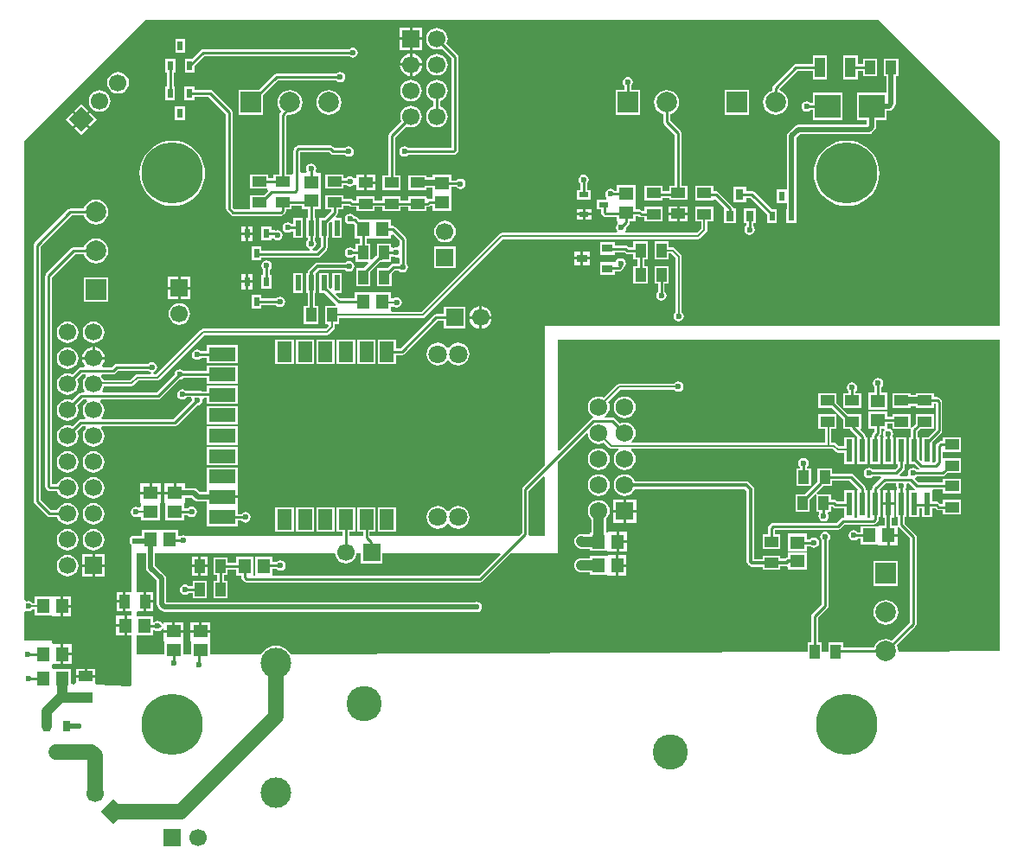
<source format=gtl>
G04*
G04 #@! TF.GenerationSoftware,Altium Limited,Altium Designer,20.2.4 (192)*
G04*
G04 Layer_Physical_Order=1*
G04 Layer_Color=255*
%FSLAX44Y44*%
%MOMM*%
G71*
G04*
G04 #@! TF.SameCoordinates,03AB348B-DD29-4870-A44B-8DF697E34D15*
G04*
G04*
G04 #@! TF.FilePolarity,Positive*
G04*
G01*
G75*
%ADD10C,0.2000*%
%ADD11C,0.2500*%
%ADD17C,0.5000*%
%ADD18C,0.2540*%
%ADD19R,1.4000X2.0000*%
%ADD20R,2.6000X1.4000*%
%ADD21C,1.8000*%
%ADD22R,1.3000X1.4500*%
%ADD23R,0.5600X0.9500*%
%ADD24R,1.0000X1.9000*%
%ADD25R,1.4500X1.3000*%
%ADD26R,0.6000X2.2000*%
%ADD27R,0.8000X1.1000*%
%ADD28R,1.3500X1.0000*%
%ADD29R,0.5500X1.5000*%
%ADD30R,1.0000X1.3500*%
%ADD31R,0.9500X0.5600*%
%ADD32R,1.0000X0.8000*%
%ADD33R,2.5000X2.3000*%
%ADD34R,0.8000X1.0000*%
%ADD64C,0.3000*%
%ADD65C,1.0000*%
%ADD66C,0.7000*%
%ADD67C,1.5000*%
%ADD68C,0.3500*%
%ADD69C,0.6000*%
%ADD70R,1.7000X1.7000*%
%ADD71C,1.7000*%
%ADD72R,1.7000X1.7000*%
%ADD73C,2.0000*%
%ADD74R,2.0000X2.0000*%
%ADD75R,2.0000X2.0000*%
%ADD76P,2.4042X4X180.0*%
%ADD77C,1.7250*%
%ADD78R,1.7250X1.7250*%
%ADD79P,2.4042X4X90.0*%
%ADD80C,3.0000*%
%ADD81C,6.0000*%
%ADD82C,3.4500*%
%ADD83C,0.6000*%
G36*
X959951Y221842D02*
X860850Y221461D01*
X860464Y221900D01*
X860051Y225033D01*
X858925Y227750D01*
X877357Y246182D01*
X878080Y247264D01*
X878334Y248540D01*
Y334250D01*
X878080Y335526D01*
X877357Y336608D01*
X866934Y347031D01*
Y353430D01*
X868600D01*
Y379430D01*
X868146D01*
X867476Y380700D01*
X868210Y381799D01*
X868598Y383750D01*
X868267Y385416D01*
X868963Y386686D01*
X871002D01*
X876395Y381292D01*
X877282Y380700D01*
X877223Y379856D01*
X877071Y379430D01*
X871300D01*
Y353430D01*
X881300D01*
Y361846D01*
X884000D01*
Y353430D01*
X894000D01*
Y362096D01*
X896439D01*
X897783Y360752D01*
X898864Y360030D01*
X900140Y359776D01*
X900140Y359776D01*
X904380D01*
Y356110D01*
X921880D01*
Y370110D01*
X904380D01*
Y366444D01*
X901521D01*
X900178Y367788D01*
X899096Y368510D01*
X897820Y368764D01*
X894000D01*
Y379046D01*
X894000Y379430D01*
X894903Y380316D01*
X904380D01*
Y376650D01*
X921880D01*
Y390650D01*
X904380D01*
Y386984D01*
X880134D01*
X876817Y390301D01*
X877223Y391692D01*
X878635Y392635D01*
X878816Y392906D01*
X903760D01*
X905036Y393160D01*
X906117Y393882D01*
X908965Y396730D01*
X921750D01*
Y410730D01*
X905084D01*
X904250Y410730D01*
X903814Y411819D01*
Y416181D01*
X904250Y417270D01*
X921750D01*
Y431270D01*
X904250D01*
Y427584D01*
X901964D01*
X900696Y427331D01*
X899621Y426613D01*
X898157Y425149D01*
X897439Y424074D01*
X897186Y422805D01*
Y408123D01*
X896127Y407064D01*
X894000D01*
Y426744D01*
X902593Y435337D01*
X903311Y436412D01*
X903564Y437680D01*
Y466006D01*
X903311Y467274D01*
X902593Y468349D01*
X901129Y469813D01*
X900054Y470531D01*
X898785Y470784D01*
X895210D01*
Y474470D01*
X877710D01*
Y473023D01*
X872350D01*
Y474360D01*
X854850D01*
Y460360D01*
X872350D01*
Y461807D01*
X877710D01*
Y460470D01*
X895210D01*
Y464156D01*
X896936D01*
Y439053D01*
X889314Y431430D01*
X884000D01*
Y409076D01*
X882827Y408590D01*
X881300Y410116D01*
Y431430D01*
X879614D01*
Y437147D01*
X882396Y439930D01*
X895210D01*
Y453930D01*
X877710D01*
Y444616D01*
X874146Y441052D01*
X873066Y440527D01*
X873065Y440527D01*
X873065D01*
X872350Y440744D01*
X872350Y440923D01*
X872350Y440923D01*
X872350Y440924D01*
Y453820D01*
X854850D01*
Y451644D01*
X849990D01*
Y456810D01*
X831490D01*
Y439810D01*
X837406D01*
Y436991D01*
X835843Y435428D01*
X835120Y434346D01*
X834866Y433070D01*
Y431430D01*
X833200D01*
Y405430D01*
X843200D01*
Y431430D01*
X843071D01*
X842545Y432700D01*
X843098Y433252D01*
X843820Y434334D01*
X844074Y435610D01*
Y439810D01*
X846458D01*
X846822Y438901D01*
X846897Y438540D01*
X845835Y436951D01*
X845447Y435000D01*
X845835Y433049D01*
X846352Y432276D01*
X845900Y431430D01*
X845900D01*
Y405430D01*
X855900D01*
Y431430D01*
X855520D01*
X854921Y432550D01*
X855255Y433049D01*
X855643Y435000D01*
X855255Y436951D01*
X854150Y438605D01*
X852496Y439710D01*
X850545Y440098D01*
X849990Y440553D01*
Y444976D01*
X854850D01*
Y439820D01*
X871515Y439820D01*
X871950Y439820D01*
X872429Y439393D01*
X872429D01*
X872429Y439393D01*
Y439393D01*
X872986Y438338D01*
Y431430D01*
X871300D01*
Y405430D01*
X876614D01*
X880637Y401407D01*
X881479Y400844D01*
X881319Y399701D01*
X881268Y399574D01*
X878816D01*
X878635Y399845D01*
X876981Y400950D01*
X875030Y401338D01*
X873079Y400950D01*
X871425Y399845D01*
X870320Y398191D01*
X869932Y396240D01*
X870254Y394624D01*
X869534Y393354D01*
X862145D01*
X861619Y394624D01*
X865957Y398963D01*
X866680Y400044D01*
X866934Y401320D01*
Y405430D01*
X868600D01*
Y431430D01*
X858600D01*
Y405430D01*
X860266D01*
Y402701D01*
X857139Y399574D01*
X835636D01*
X835455Y399845D01*
X833801Y400950D01*
X831850Y401338D01*
X829899Y400950D01*
X828245Y399845D01*
X827140Y398191D01*
X826752Y396240D01*
X827140Y394289D01*
X828245Y392635D01*
X829899Y391530D01*
X831850Y391142D01*
X833801Y391530D01*
X835455Y392635D01*
X835636Y392906D01*
X843355D01*
X843881Y391636D01*
X835843Y383597D01*
X835120Y382516D01*
X834866Y381240D01*
Y379430D01*
X833200D01*
Y353430D01*
X832177Y352834D01*
X831523D01*
X830500Y353430D01*
X830500Y354104D01*
Y379430D01*
X828834D01*
Y381000D01*
X828580Y382276D01*
X827858Y383358D01*
X816428Y394787D01*
X815346Y395510D01*
X814070Y395764D01*
X795670D01*
Y401180D01*
X781670D01*
Y387752D01*
X781661Y387706D01*
X769735Y375780D01*
X759860D01*
Y358280D01*
X773860D01*
Y370475D01*
X779130Y375745D01*
X780400Y375219D01*
Y358280D01*
X782652D01*
X783331Y357010D01*
X782790Y356201D01*
X782402Y354250D01*
X782790Y352299D01*
X783895Y350645D01*
X785549Y349540D01*
X787500Y349152D01*
X789451Y349540D01*
X791105Y350645D01*
X792210Y352299D01*
X792598Y354250D01*
X792210Y356201D01*
X791669Y357010D01*
X792348Y358280D01*
X794400D01*
Y363696D01*
X796179D01*
X797053Y362822D01*
X798134Y362100D01*
X799410Y361846D01*
X807800D01*
X807800Y353430D01*
X806777Y352834D01*
X806500D01*
X805224Y352580D01*
X804143Y351857D01*
X799869Y347584D01*
X737988D01*
X736712Y347330D01*
X735630Y346608D01*
X734143Y345120D01*
X733420Y344038D01*
X733166Y342762D01*
Y336270D01*
X727750D01*
Y322270D01*
X745250D01*
Y336270D01*
X739834D01*
Y340916D01*
X801250D01*
X802526Y341170D01*
X803607Y341893D01*
X807881Y346166D01*
X836712D01*
X837988Y346420D01*
X839070Y347142D01*
X840557Y348630D01*
X841280Y349712D01*
X841534Y350988D01*
Y353430D01*
X843200D01*
Y379430D01*
X842901D01*
X842375Y380700D01*
X848361Y386686D01*
X858037D01*
X858733Y385416D01*
X858402Y383750D01*
X858790Y381799D01*
X859525Y380700D01*
X858854Y379430D01*
X858600D01*
Y353430D01*
X860266D01*
Y346113D01*
X859999Y345511D01*
X859092Y345040D01*
X854469D01*
Y352890D01*
X856440D01*
Y365160D01*
X850900D01*
X845360D01*
Y352890D01*
X847331D01*
Y345040D01*
X841756D01*
X841710Y345040D01*
X840664Y344500D01*
X840440Y344500D01*
X823710D01*
Y338584D01*
X820786D01*
X820605Y338855D01*
X818951Y339960D01*
X817000Y340348D01*
X815049Y339960D01*
X813395Y338855D01*
X812290Y337201D01*
X811902Y335250D01*
X812290Y333299D01*
X813395Y331645D01*
X815049Y330540D01*
X817000Y330152D01*
X818951Y330540D01*
X820605Y331645D01*
X820786Y331916D01*
X823710D01*
Y326000D01*
X840440D01*
X840664Y326000D01*
X841710Y325460D01*
X841756Y325460D01*
X849480D01*
Y335250D01*
X850750D01*
Y336520D01*
X859790D01*
Y343180D01*
X861060Y343566D01*
X861243Y343293D01*
X871666Y332869D01*
Y249921D01*
X854210Y232465D01*
X851493Y233591D01*
X848360Y234004D01*
X845227Y233591D01*
X842308Y232382D01*
X839801Y230459D01*
X837878Y227952D01*
X836752Y225234D01*
X806270D01*
Y226908D01*
X806334Y227230D01*
X806270Y227552D01*
Y230500D01*
X803322D01*
X803000Y230564D01*
X802678Y230500D01*
X792270D01*
Y221197D01*
X786630Y221176D01*
X785730Y222072D01*
Y230500D01*
X782064D01*
Y254849D01*
X791357Y264142D01*
X792080Y265224D01*
X792334Y266500D01*
Y330214D01*
X792605Y330395D01*
X793710Y332049D01*
X794098Y334000D01*
X793710Y335951D01*
X792605Y337605D01*
X790951Y338710D01*
X789000Y339098D01*
X787049Y338710D01*
X785395Y337605D01*
X784290Y335951D01*
X783902Y334000D01*
X784290Y332049D01*
X785395Y330395D01*
X785666Y330214D01*
Y267881D01*
X776373Y258587D01*
X775650Y257506D01*
X775396Y256230D01*
Y230500D01*
X771730D01*
Y221119D01*
X265914Y219174D01*
X265643Y219680D01*
X263519Y222269D01*
X260930Y224393D01*
X257977Y225972D01*
X254773Y226944D01*
X251440Y227272D01*
X248107Y226944D01*
X244903Y225972D01*
X241950Y224393D01*
X239361Y222269D01*
X237237Y219680D01*
X236906Y219062D01*
X187400Y218872D01*
X186500Y219768D01*
Y230960D01*
X186500Y231184D01*
X187040Y232230D01*
X187040Y232276D01*
Y240000D01*
X167460D01*
Y232276D01*
X167460Y232230D01*
X168000Y231184D01*
X168000Y230960D01*
Y218797D01*
X161400Y218772D01*
X160500Y219668D01*
Y230960D01*
X160500Y231184D01*
X161040Y232230D01*
X161040Y232276D01*
Y240000D01*
X141460D01*
Y232276D01*
X141460Y232230D01*
X142000Y231184D01*
X142000Y230960D01*
Y218697D01*
X115689Y218596D01*
X114789Y219492D01*
Y237750D01*
X131000D01*
Y242082D01*
X131082Y242157D01*
X132270Y242645D01*
X133549Y241790D01*
X135500Y241402D01*
X137451Y241790D01*
X139105Y242895D01*
X140210Y244549D01*
X140704Y244460D01*
X141460Y244191D01*
Y242540D01*
X149980D01*
Y250310D01*
X141460D01*
Y248682D01*
X141436Y248672D01*
X140210Y248451D01*
X139105Y250105D01*
X137451Y251210D01*
X135500Y251598D01*
X133549Y251210D01*
X132270Y250355D01*
X131082Y250843D01*
X131000Y250918D01*
Y256250D01*
X114789D01*
Y260367D01*
X115525Y261040D01*
X115803Y261210D01*
X116059Y261210D01*
X121980D01*
Y270500D01*
Y279790D01*
X116059D01*
X115710Y279790D01*
X114789Y280633D01*
Y318250D01*
X123892D01*
Y303770D01*
X124241Y302014D01*
X125236Y300526D01*
X134662Y291099D01*
Y268179D01*
X135011Y266423D01*
X136006Y264935D01*
X138935Y262006D01*
X140423Y261011D01*
X142179Y260662D01*
X445867D01*
X446049Y260540D01*
X448000Y260152D01*
X449951Y260540D01*
X451605Y261645D01*
X452710Y263299D01*
X453098Y265250D01*
X452710Y267201D01*
X451605Y268855D01*
X449951Y269960D01*
X448000Y270348D01*
X446049Y269960D01*
X445867Y269838D01*
X144079D01*
X143838Y270079D01*
Y293000D01*
X143489Y294756D01*
X142494Y296244D01*
X133068Y305671D01*
Y318250D01*
X309042D01*
X309370Y315759D01*
X310428Y313205D01*
X312111Y311011D01*
X314305Y309328D01*
X316859Y308270D01*
X319600Y307909D01*
X322341Y308270D01*
X324895Y309328D01*
X327089Y311011D01*
X328772Y313205D01*
X329830Y315759D01*
X330158Y318250D01*
X334500D01*
Y308000D01*
X355500D01*
Y318250D01*
X470626D01*
X471112Y317077D01*
X450071Y296036D01*
X248040D01*
Y302416D01*
X251964D01*
X252145Y302145D01*
X253799Y301040D01*
X255750Y300652D01*
X257701Y301040D01*
X259355Y302145D01*
X260460Y303799D01*
X260848Y305750D01*
X260460Y307701D01*
X259355Y309355D01*
X257701Y310460D01*
X255750Y310848D01*
X253799Y310460D01*
X252145Y309355D01*
X251964Y309084D01*
X248040D01*
Y314500D01*
X231040D01*
Y296036D01*
X229500D01*
Y314500D01*
X212500D01*
Y308584D01*
X204250D01*
Y314000D01*
X190250D01*
Y296500D01*
X193916D01*
Y291140D01*
X190250D01*
Y273640D01*
X204250D01*
Y291140D01*
X200584D01*
Y296500D01*
X204250D01*
Y301916D01*
X212500D01*
Y296000D01*
X217266D01*
Y294190D01*
X217520Y292914D01*
X218242Y291833D01*
X219730Y290345D01*
X220812Y289622D01*
X222088Y289368D01*
X451452D01*
X452728Y289622D01*
X453810Y290345D01*
X481715Y318250D01*
X527587D01*
Y407794D01*
X555433Y435640D01*
X556631Y435041D01*
X556949Y432626D01*
X558019Y430042D01*
X559722Y427822D01*
X561942Y426119D01*
X564526Y425048D01*
X567300Y424683D01*
X570074Y425048D01*
X572373Y426001D01*
X577537Y420837D01*
X577537Y420837D01*
X578530Y420174D01*
X579700Y419941D01*
X579700Y419941D01*
X586116D01*
X586547Y418671D01*
X585122Y417578D01*
X583419Y415358D01*
X582349Y412774D01*
X581983Y410000D01*
X582349Y407226D01*
X583419Y404642D01*
X585122Y402422D01*
X587342Y400719D01*
X589926Y399649D01*
X592700Y399283D01*
X595474Y399649D01*
X598058Y400719D01*
X600278Y402422D01*
X601981Y404642D01*
X603051Y407226D01*
X603417Y410000D01*
X603051Y412774D01*
X601981Y415358D01*
X600278Y417578D01*
X598853Y418671D01*
X599284Y419941D01*
X796483D01*
X799157Y417267D01*
X800150Y416604D01*
X801320Y416371D01*
X807800D01*
Y405430D01*
X817800D01*
Y431430D01*
X807800D01*
Y422489D01*
X802587D01*
X799913Y425163D01*
X798921Y425826D01*
X797750Y426059D01*
X797750Y426059D01*
X794922D01*
Y439930D01*
X799960D01*
Y453930D01*
X782460D01*
Y439930D01*
X788804D01*
Y426059D01*
X600066D01*
X599635Y427329D01*
X600278Y427822D01*
X601981Y430042D01*
X603051Y432626D01*
X603417Y435400D01*
X603051Y438174D01*
X601981Y440758D01*
X600278Y442978D01*
X598058Y444681D01*
X595474Y445751D01*
X592700Y446117D01*
X589926Y445751D01*
X587902Y444913D01*
X583162Y449652D01*
X582081Y450375D01*
X580805Y450629D01*
X573585D01*
X573154Y451899D01*
X574878Y453222D01*
X576581Y455442D01*
X577651Y458026D01*
X578017Y460800D01*
X577651Y463574D01*
X576699Y465873D01*
X588767Y477941D01*
X641280D01*
X641645Y477395D01*
X643299Y476290D01*
X645250Y475902D01*
X647201Y476290D01*
X648855Y477395D01*
X649960Y479049D01*
X650348Y481000D01*
X649960Y482951D01*
X648855Y484605D01*
X647201Y485710D01*
X645250Y486098D01*
X643299Y485710D01*
X641645Y484605D01*
X641280Y484059D01*
X587500D01*
X586329Y483826D01*
X585337Y483163D01*
X572373Y470199D01*
X570074Y471152D01*
X567300Y471517D01*
X564526Y471152D01*
X561942Y470081D01*
X559722Y468378D01*
X558019Y466158D01*
X556949Y463574D01*
X556583Y460800D01*
X556949Y458026D01*
X558019Y455442D01*
X559722Y453222D01*
X561611Y451772D01*
X561448Y450577D01*
X561371Y450430D01*
X561097Y450375D01*
X560015Y449652D01*
X528760Y418397D01*
X527587Y418883D01*
Y508000D01*
X527587Y527000D01*
X959951D01*
Y221842D01*
D02*
G37*
G36*
X821085Y380700D02*
X820559Y379430D01*
X820500D01*
Y354104D01*
X820500Y353430D01*
X819477Y352834D01*
X818823D01*
X817800Y353430D01*
X817800Y354104D01*
Y379430D01*
X807800D01*
Y368514D01*
X800791D01*
X799918Y369388D01*
X798836Y370110D01*
X797560Y370364D01*
X794400D01*
Y375780D01*
X780961D01*
X780435Y377050D01*
X787065Y383680D01*
X795670D01*
Y389096D01*
X812689D01*
X821085Y380700D01*
D02*
G37*
G36*
X514898Y392492D02*
Y334827D01*
X500362D01*
X498809Y336725D01*
Y379016D01*
X513050Y393257D01*
X514898Y392492D01*
D02*
G37*
G36*
X959951Y721444D02*
Y540327D01*
X514898D01*
Y404535D01*
X493117Y382754D01*
X492394Y381673D01*
X492141Y380397D01*
Y338106D01*
X488862Y334827D01*
X343138D01*
X343084Y334881D01*
Y339000D01*
X348750D01*
Y363000D01*
X330750D01*
Y339000D01*
X336416D01*
Y334827D01*
X322934D01*
Y339000D01*
X328750D01*
Y363000D01*
X310750D01*
Y339000D01*
X316266D01*
Y334827D01*
X162649D01*
X162451Y334960D01*
X160500Y335348D01*
X158549Y334960D01*
X158351Y334827D01*
X155520D01*
Y340500D01*
X138520D01*
Y340500D01*
X136980D01*
Y340500D01*
X119980D01*
Y334827D01*
X114361D01*
X113000Y335098D01*
X111639Y334827D01*
X109972D01*
Y333990D01*
X109395Y333605D01*
X108290Y331951D01*
X107902Y330000D01*
X108290Y328049D01*
X109395Y326395D01*
X109972Y326010D01*
Y279790D01*
X103980D01*
Y270500D01*
Y261210D01*
X109972D01*
Y256790D01*
X105230D01*
Y247000D01*
Y237210D01*
X109972D01*
Y189165D01*
X108536Y187773D01*
X75904Y188799D01*
X74290Y189730D01*
X74290Y190850D01*
Y196000D01*
X65000D01*
X55710D01*
Y191434D01*
X53808Y189493D01*
X50270Y189604D01*
Y204690D01*
X33270D01*
X32299Y206288D01*
Y207492D01*
X32980Y209210D01*
X34299Y209210D01*
X40750D01*
Y219000D01*
Y228790D01*
X34299D01*
X32980Y228790D01*
X32299Y230508D01*
Y232055D01*
X5049D01*
Y260054D01*
X6477Y261062D01*
X7049Y261240D01*
X8750Y260902D01*
X10701Y261290D01*
X12355Y262395D01*
X12720Y262941D01*
X14730D01*
Y256750D01*
X30954D01*
X32730Y256210D01*
X33506Y256210D01*
X40500D01*
Y266000D01*
Y275790D01*
X33506D01*
X32730Y275790D01*
X30954Y275250D01*
X14730D01*
Y269059D01*
X12720D01*
X12355Y269605D01*
X10701Y270710D01*
X8750Y271098D01*
X7049Y270760D01*
X6477Y270938D01*
X5049Y271946D01*
Y721444D01*
X123556Y839951D01*
X841444Y839951D01*
X959951Y721444D01*
D02*
G37*
%LPC*%
G36*
X815250Y485098D02*
X813299Y484710D01*
X811645Y483605D01*
X810540Y481951D01*
X810152Y480000D01*
X810540Y478049D01*
X811645Y476395D01*
X812006Y476154D01*
Y474360D01*
X806590D01*
Y460360D01*
X824090D01*
Y474360D01*
X818674D01*
Y476274D01*
X818855Y476395D01*
X819960Y478049D01*
X820348Y480000D01*
X819960Y481951D01*
X818855Y483605D01*
X817201Y484710D01*
X815250Y485098D01*
D02*
G37*
G36*
X840750Y489446D02*
X838799Y489058D01*
X837145Y487953D01*
X836040Y486299D01*
X835652Y484348D01*
X836040Y482397D01*
X837145Y480743D01*
X837416Y480562D01*
Y475350D01*
X831490D01*
Y458350D01*
X849990D01*
Y475350D01*
X844084D01*
Y480562D01*
X844355Y480743D01*
X845460Y482397D01*
X845848Y484348D01*
X845460Y486299D01*
X844355Y487953D01*
X842701Y489058D01*
X840750Y489446D01*
D02*
G37*
G36*
X592700Y471517D02*
X589926Y471152D01*
X587342Y470081D01*
X585122Y468378D01*
X583419Y466158D01*
X582349Y463574D01*
X581983Y460800D01*
X582349Y458026D01*
X583419Y455442D01*
X585122Y453222D01*
X587342Y451519D01*
X589926Y450448D01*
X592700Y450083D01*
X595474Y450448D01*
X598058Y451519D01*
X600278Y453222D01*
X601981Y455442D01*
X603051Y458026D01*
X603417Y460800D01*
X603051Y463574D01*
X601981Y466158D01*
X600278Y468378D01*
X598058Y470081D01*
X595474Y471152D01*
X592700Y471517D01*
D02*
G37*
G36*
X799960Y474470D02*
X782460D01*
Y460470D01*
X795245D01*
X806590Y449125D01*
Y439820D01*
X813041D01*
X813598Y438987D01*
X820045Y432540D01*
X820500Y431430D01*
X820500D01*
X820500Y431430D01*
Y405430D01*
X830500D01*
Y431430D01*
X828834D01*
Y431800D01*
X828580Y433076D01*
X827858Y434158D01*
X823368Y438647D01*
X823854Y439820D01*
X824090D01*
Y453820D01*
X811325D01*
X799960Y465185D01*
Y474470D01*
D02*
G37*
G36*
X567300Y420717D02*
X564526Y420352D01*
X561942Y419281D01*
X559722Y417578D01*
X558019Y415358D01*
X556949Y412774D01*
X556583Y410000D01*
X556949Y407226D01*
X558019Y404642D01*
X559722Y402422D01*
X561942Y400719D01*
X564526Y399649D01*
X567300Y399283D01*
X570074Y399649D01*
X572658Y400719D01*
X574878Y402422D01*
X576581Y404642D01*
X577651Y407226D01*
X578017Y410000D01*
X577651Y412774D01*
X576581Y415358D01*
X574878Y417578D01*
X572658Y419281D01*
X570074Y420352D01*
X567300Y420717D01*
D02*
G37*
G36*
X767750Y411368D02*
X765799Y410980D01*
X764145Y409875D01*
X763040Y408221D01*
X762652Y406270D01*
X763040Y404319D01*
X764145Y402665D01*
X764416Y402484D01*
Y401180D01*
X761130D01*
Y383680D01*
X775130D01*
Y401180D01*
X771084D01*
Y402484D01*
X771355Y402665D01*
X772460Y404319D01*
X772848Y406270D01*
X772460Y408221D01*
X771355Y409875D01*
X769701Y410980D01*
X767750Y411368D01*
D02*
G37*
G36*
X567300Y395317D02*
X564526Y394952D01*
X561942Y393881D01*
X559722Y392178D01*
X558019Y389958D01*
X556949Y387374D01*
X556583Y384600D01*
X556949Y381826D01*
X558019Y379242D01*
X559722Y377022D01*
X561942Y375319D01*
X564526Y374249D01*
X567300Y373883D01*
X570074Y374249D01*
X572658Y375319D01*
X574878Y377022D01*
X576581Y379242D01*
X577651Y381826D01*
X578017Y384600D01*
X577651Y387374D01*
X576581Y389958D01*
X574878Y392178D01*
X572658Y393881D01*
X570074Y394952D01*
X567300Y395317D01*
D02*
G37*
G36*
X856440Y379970D02*
X852170D01*
Y367700D01*
X856440D01*
Y379970D01*
D02*
G37*
G36*
X849630D02*
X845360D01*
Y367700D01*
X849630D01*
Y379970D01*
D02*
G37*
G36*
X603965Y370115D02*
X594070D01*
Y360220D01*
X603965D01*
Y370115D01*
D02*
G37*
G36*
X591530D02*
X581635D01*
Y360220D01*
X591530D01*
Y370115D01*
D02*
G37*
G36*
X603965Y357680D02*
X594070D01*
Y347785D01*
X603965D01*
Y357680D01*
D02*
G37*
G36*
X591530D02*
X581635D01*
Y347785D01*
X591530D01*
Y357680D01*
D02*
G37*
G36*
X567300Y369917D02*
X564526Y369552D01*
X561942Y368481D01*
X559722Y366778D01*
X558019Y364558D01*
X556949Y361974D01*
X556583Y359200D01*
X556949Y356426D01*
X558019Y353842D01*
X559722Y351622D01*
X560205Y351252D01*
Y338500D01*
X558730D01*
Y336310D01*
X552350D01*
X552327Y336320D01*
X550500Y336560D01*
X548673Y336320D01*
X546970Y335615D01*
X545508Y334492D01*
X544385Y333030D01*
X543680Y331327D01*
X543440Y329500D01*
X543680Y327673D01*
X544385Y325970D01*
X545508Y324508D01*
X545758Y324258D01*
X547220Y323135D01*
X548923Y322430D01*
X550750Y322190D01*
X558730D01*
Y320000D01*
X575460D01*
X575684Y320000D01*
X576730Y319460D01*
X576776Y319460D01*
X584500D01*
Y329250D01*
Y339040D01*
X576776D01*
X576730Y339040D01*
X575684Y338500D01*
X575595D01*
X574325Y338827D01*
Y351198D01*
X574878Y351622D01*
X576581Y353842D01*
X577651Y356426D01*
X578017Y359200D01*
X577651Y361974D01*
X576581Y364558D01*
X574878Y366778D01*
X572658Y368481D01*
X570074Y369552D01*
X567300Y369917D01*
D02*
G37*
G36*
X587040Y339040D02*
Y330520D01*
X594810D01*
Y339040D01*
X587040D01*
D02*
G37*
G36*
X859790Y333980D02*
X852020D01*
Y325460D01*
X859790D01*
Y333980D01*
D02*
G37*
G36*
X771250Y336920D02*
X752750D01*
Y319920D01*
X771250D01*
Y324916D01*
X774062D01*
X774243Y324645D01*
X775897Y323540D01*
X777848Y323152D01*
X779799Y323540D01*
X781453Y324645D01*
X782558Y326299D01*
X782946Y328250D01*
X782558Y330201D01*
X781453Y331855D01*
X779799Y332960D01*
X777848Y333348D01*
X775897Y332960D01*
X774243Y331855D01*
X774062Y331584D01*
X771250D01*
Y336920D01*
D02*
G37*
G36*
X594810Y327980D02*
X587040D01*
Y319460D01*
X594810D01*
Y327980D01*
D02*
G37*
G36*
X586810Y315790D02*
Y307270D01*
X594580D01*
Y315790D01*
X586810D01*
D02*
G37*
G36*
X184250Y314540D02*
X177980D01*
Y306520D01*
X184250D01*
Y314540D01*
D02*
G37*
G36*
X175440D02*
X169170D01*
Y306520D01*
X175440D01*
Y314540D01*
D02*
G37*
G36*
X592700Y395317D02*
X589926Y394952D01*
X587342Y393881D01*
X585122Y392178D01*
X583419Y389958D01*
X582349Y387374D01*
X581983Y384600D01*
X582349Y381826D01*
X583419Y379242D01*
X585122Y377022D01*
X587342Y375319D01*
X589926Y374249D01*
X592700Y373883D01*
X595474Y374249D01*
X598058Y375319D01*
X600278Y377022D01*
X601981Y379242D01*
X602617Y380777D01*
X710066D01*
X712177Y378666D01*
Y309672D01*
X712468Y308208D01*
X713296Y306968D01*
X714468Y305796D01*
X715708Y304968D01*
X717172Y304677D01*
X727750D01*
Y301730D01*
X745250D01*
Y304907D01*
X751250D01*
X751480Y304952D01*
X752750Y303910D01*
Y301380D01*
X771250D01*
Y318380D01*
X752750D01*
Y313703D01*
X752400D01*
X750937Y313412D01*
X749696Y312584D01*
X749666Y312554D01*
X745250D01*
Y315730D01*
X727750D01*
Y312323D01*
X719823D01*
Y380250D01*
X719532Y381713D01*
X718704Y382954D01*
X714354Y387304D01*
X713113Y388132D01*
X711650Y388423D01*
X602617D01*
X601981Y389958D01*
X600278Y392178D01*
X598058Y393881D01*
X595474Y394952D01*
X592700Y395317D01*
D02*
G37*
G36*
X594580Y304730D02*
X586810D01*
Y296210D01*
X594580D01*
Y304730D01*
D02*
G37*
G36*
X576500Y315790D02*
X575454Y315250D01*
X575230Y315250D01*
X558500D01*
Y313060D01*
X550126D01*
X548298Y312820D01*
X546596Y312115D01*
X545134Y310992D01*
X544011Y309530D01*
X543306Y307827D01*
X543065Y306000D01*
X543306Y304173D01*
X544011Y302470D01*
X545134Y301008D01*
X546596Y299886D01*
X548298Y299180D01*
X550126Y298940D01*
X558500D01*
Y296750D01*
X575230D01*
X575454Y296750D01*
X576500Y296210D01*
X576546Y296210D01*
X584270D01*
Y306000D01*
Y315790D01*
X576546D01*
X576500Y315790D01*
D02*
G37*
G36*
X184250Y303980D02*
X177980D01*
Y295960D01*
X184250D01*
Y303980D01*
D02*
G37*
G36*
X175440D02*
X169170D01*
Y295960D01*
X175440D01*
Y303980D01*
D02*
G37*
G36*
X860360Y310100D02*
X836360D01*
Y286100D01*
X860360D01*
Y310100D01*
D02*
G37*
G36*
X183710Y291140D02*
X169710D01*
Y285584D01*
X166036D01*
X165855Y285855D01*
X164201Y286960D01*
X162250Y287348D01*
X160299Y286960D01*
X158645Y285855D01*
X157540Y284201D01*
X157152Y282250D01*
X157540Y280299D01*
X158645Y278645D01*
X160299Y277540D01*
X162250Y277152D01*
X164201Y277540D01*
X165855Y278645D01*
X166036Y278916D01*
X169710D01*
Y273640D01*
X183710D01*
Y291140D01*
D02*
G37*
G36*
X124520Y279790D02*
Y271770D01*
X130790D01*
Y279790D01*
X124520D01*
D02*
G37*
G36*
X130790Y269230D02*
X124520D01*
Y261210D01*
X130790D01*
Y269230D01*
D02*
G37*
G36*
X848360Y272104D02*
X845227Y271691D01*
X842308Y270482D01*
X839801Y268559D01*
X837878Y266052D01*
X836669Y263133D01*
X836256Y260000D01*
X836669Y256867D01*
X837878Y253948D01*
X839801Y251441D01*
X842308Y249518D01*
X845227Y248309D01*
X848360Y247896D01*
X851493Y248309D01*
X854412Y249518D01*
X856918Y251441D01*
X858842Y253948D01*
X860051Y256867D01*
X860464Y260000D01*
X860051Y263133D01*
X858842Y266052D01*
X856918Y268559D01*
X854412Y270482D01*
X851493Y271691D01*
X848360Y272104D01*
D02*
G37*
G36*
X187040Y250310D02*
X178520D01*
Y242540D01*
X187040D01*
Y250310D01*
D02*
G37*
G36*
X175980D02*
X167460D01*
Y242540D01*
X175980D01*
Y250310D01*
D02*
G37*
G36*
X161040D02*
X152520D01*
Y242540D01*
X161040D01*
Y250310D01*
D02*
G37*
G36*
X394580Y832730D02*
X384810D01*
Y822960D01*
X394580D01*
Y832730D01*
D02*
G37*
G36*
X382270D02*
X372500D01*
Y822960D01*
X382270D01*
Y832730D01*
D02*
G37*
G36*
X394580Y820420D02*
X384810D01*
Y810650D01*
X394580D01*
Y820420D01*
D02*
G37*
G36*
X382270D02*
X372500D01*
Y810650D01*
X382270D01*
Y820420D01*
D02*
G37*
G36*
X162280Y821680D02*
X152680D01*
Y808180D01*
X162280D01*
Y821680D01*
D02*
G37*
G36*
X326500Y813348D02*
X324549Y812960D01*
X322895Y811855D01*
X322714Y811584D01*
X179854D01*
X178578Y811330D01*
X177496Y810608D01*
X169069Y802180D01*
X162180D01*
Y788680D01*
X171780D01*
Y795461D01*
X181235Y804916D01*
X322714D01*
X322895Y804645D01*
X324549Y803540D01*
X326500Y803152D01*
X328451Y803540D01*
X330105Y804645D01*
X331210Y806299D01*
X331598Y808250D01*
X331210Y810201D01*
X330105Y811855D01*
X328451Y812960D01*
X326500Y813348D01*
D02*
G37*
G36*
X384810Y807258D02*
Y797560D01*
X394508D01*
X394296Y799172D01*
X393183Y801858D01*
X391414Y804164D01*
X389108Y805933D01*
X386422Y807046D01*
X384810Y807258D01*
D02*
G37*
G36*
X382270D02*
X380658Y807046D01*
X377972Y805933D01*
X375666Y804164D01*
X373897Y801858D01*
X372784Y799172D01*
X372572Y797560D01*
X382270D01*
Y807258D01*
D02*
G37*
G36*
X408940Y806881D02*
X406199Y806520D01*
X403645Y805462D01*
X401451Y803779D01*
X399768Y801585D01*
X398710Y799031D01*
X398349Y796290D01*
X398710Y793549D01*
X399768Y790995D01*
X401451Y788801D01*
X403645Y787118D01*
X406199Y786060D01*
X408940Y785699D01*
X411681Y786060D01*
X414235Y787118D01*
X416429Y788801D01*
X418112Y790995D01*
X419170Y793549D01*
X419531Y796290D01*
X419170Y799031D01*
X418112Y801585D01*
X416429Y803779D01*
X414235Y805462D01*
X411681Y806520D01*
X408940Y806881D01*
D02*
G37*
G36*
X394508Y795020D02*
X384810D01*
Y785322D01*
X386422Y785534D01*
X389108Y786647D01*
X391414Y788416D01*
X393183Y790722D01*
X394296Y793408D01*
X394508Y795020D01*
D02*
G37*
G36*
X382270D02*
X372572D01*
X372784Y793408D01*
X373897Y790722D01*
X375666Y788416D01*
X377972Y786647D01*
X380658Y785534D01*
X382270Y785322D01*
Y795020D01*
D02*
G37*
G36*
X820830Y805250D02*
X806830D01*
Y782250D01*
X820830D01*
Y790416D01*
X826010D01*
Y785000D01*
X840010D01*
Y802500D01*
X826010D01*
Y797084D01*
X820830D01*
Y805250D01*
D02*
G37*
G36*
X790830D02*
X776830D01*
Y797084D01*
X760500D01*
X759224Y796830D01*
X758142Y796107D01*
X738053Y776018D01*
X737330Y774936D01*
X737076Y773660D01*
Y771068D01*
X734358Y769942D01*
X731852Y768018D01*
X729928Y765512D01*
X728719Y762593D01*
X728306Y759460D01*
X728719Y756327D01*
X729928Y753408D01*
X731852Y750901D01*
X734358Y748978D01*
X737277Y747769D01*
X740410Y747356D01*
X743543Y747769D01*
X746462Y748978D01*
X748969Y750901D01*
X750892Y753408D01*
X752101Y756327D01*
X752514Y759460D01*
X752101Y762593D01*
X750892Y765512D01*
X748969Y768018D01*
X746462Y769942D01*
X744696Y770673D01*
X744380Y772915D01*
X761881Y790416D01*
X776830D01*
Y782250D01*
X790830D01*
Y805250D01*
D02*
G37*
G36*
X314250Y789348D02*
X312299Y788960D01*
X310645Y787855D01*
X310464Y787584D01*
X251690D01*
X250414Y787330D01*
X249333Y786608D01*
X234185Y771460D01*
X214900D01*
Y747460D01*
X238900D01*
Y766745D01*
X253071Y780916D01*
X310464D01*
X310645Y780645D01*
X312299Y779540D01*
X314250Y779152D01*
X316201Y779540D01*
X317855Y780645D01*
X318960Y782299D01*
X319348Y784250D01*
X318960Y786201D01*
X317855Y787855D01*
X316201Y788960D01*
X314250Y789348D01*
D02*
G37*
G36*
X96700Y789281D02*
X93960Y788920D01*
X91405Y787862D01*
X89212Y786179D01*
X87529Y783986D01*
X86471Y781432D01*
X86110Y778690D01*
X86471Y775949D01*
X87529Y773395D01*
X89212Y771202D01*
X91405Y769519D01*
X93960Y768461D01*
X96700Y768100D01*
X99442Y768461D01*
X101996Y769519D01*
X104189Y771202D01*
X105872Y773395D01*
X106930Y775949D01*
X107291Y778690D01*
X106930Y781432D01*
X105872Y783986D01*
X104189Y786179D01*
X101996Y787862D01*
X99442Y788920D01*
X96700Y789281D01*
D02*
G37*
G36*
X152780Y802180D02*
X143180D01*
Y788680D01*
X144875D01*
Y774690D01*
X142926D01*
Y761190D01*
X152526D01*
Y774690D01*
X151543D01*
Y788680D01*
X152780D01*
Y802180D01*
D02*
G37*
G36*
X383540Y781481D02*
X380799Y781120D01*
X378245Y780062D01*
X376051Y778379D01*
X374368Y776185D01*
X373310Y773631D01*
X372949Y770890D01*
X373310Y768149D01*
X374368Y765595D01*
X376051Y763401D01*
X378245Y761718D01*
X380799Y760660D01*
X383540Y760299D01*
X386281Y760660D01*
X388835Y761718D01*
X391029Y763401D01*
X392712Y765595D01*
X393770Y768149D01*
X394131Y770890D01*
X393770Y773631D01*
X392712Y776185D01*
X391029Y778379D01*
X388835Y780062D01*
X386281Y781120D01*
X383540Y781481D01*
D02*
G37*
G36*
X805800Y769150D02*
X776800D01*
Y758984D01*
X774436D01*
X774355Y759105D01*
X772701Y760210D01*
X770750Y760598D01*
X768799Y760210D01*
X767145Y759105D01*
X766040Y757451D01*
X765652Y755500D01*
X766040Y753549D01*
X767145Y751895D01*
X768799Y750790D01*
X770750Y750402D01*
X772701Y750790D01*
X774355Y751895D01*
X774636Y752316D01*
X776800D01*
Y742150D01*
X805800D01*
Y769150D01*
D02*
G37*
G36*
X78740Y771321D02*
X75999Y770960D01*
X73445Y769902D01*
X71251Y768219D01*
X69568Y766025D01*
X68510Y763471D01*
X68149Y760730D01*
X68510Y757989D01*
X69568Y755435D01*
X71251Y753241D01*
X73445Y751558D01*
X75999Y750500D01*
X78740Y750139D01*
X81481Y750500D01*
X84035Y751558D01*
X86229Y753241D01*
X87912Y755435D01*
X88970Y757989D01*
X89331Y760730D01*
X88970Y763471D01*
X87912Y766025D01*
X86229Y768219D01*
X84035Y769902D01*
X81481Y770960D01*
X78740Y771321D01*
D02*
G37*
G36*
X714310Y771460D02*
X690310D01*
Y747460D01*
X714310D01*
Y771460D01*
D02*
G37*
G36*
X595750Y784348D02*
X593799Y783960D01*
X592145Y782855D01*
X591040Y781201D01*
X590652Y779250D01*
X591040Y777299D01*
X592145Y775645D01*
X592296Y775545D01*
Y771460D01*
X583630D01*
Y747460D01*
X607630D01*
Y771460D01*
X598964D01*
Y775384D01*
X599355Y775645D01*
X600460Y777299D01*
X600848Y779250D01*
X600460Y781201D01*
X599355Y782855D01*
X597701Y783960D01*
X595750Y784348D01*
D02*
G37*
G36*
X303100Y771564D02*
X299967Y771151D01*
X297048Y769942D01*
X294541Y768018D01*
X292618Y765512D01*
X291409Y762593D01*
X290996Y759460D01*
X291409Y756327D01*
X292618Y753408D01*
X294541Y750901D01*
X297048Y748978D01*
X299967Y747769D01*
X303100Y747356D01*
X306233Y747769D01*
X309152Y748978D01*
X311658Y750901D01*
X313582Y753408D01*
X314791Y756327D01*
X315204Y759460D01*
X314791Y762593D01*
X313582Y765512D01*
X311658Y768018D01*
X309152Y769942D01*
X306233Y771151D01*
X303100Y771564D01*
D02*
G37*
G36*
X171526Y774690D02*
X161926D01*
Y761190D01*
X171526D01*
Y765016D01*
X185309D01*
X202406Y747919D01*
Y655320D01*
X202660Y654044D01*
X203382Y652962D01*
X206952Y649392D01*
X208034Y648670D01*
X209310Y648416D01*
X256322D01*
X257598Y648670D01*
X258680Y649392D01*
X260168Y650880D01*
X260890Y651962D01*
X261144Y653238D01*
Y654560D01*
X266560D01*
Y658226D01*
X276500D01*
Y654440D01*
X282416D01*
Y646100D01*
X281000D01*
Y627100D01*
X282416D01*
Y624816D01*
X282145Y624635D01*
X281040Y622981D01*
X280652Y621030D01*
X281040Y619079D01*
X282145Y617425D01*
X283799Y616320D01*
X284382Y616204D01*
X284186Y614204D01*
X237210D01*
Y618030D01*
X227610D01*
Y604530D01*
X237210D01*
Y607536D01*
X292100D01*
X293376Y607790D01*
X294457Y608512D01*
X300807Y614862D01*
X301530Y615944D01*
X301784Y617220D01*
Y627100D01*
X303200D01*
Y641135D01*
X304552Y642487D01*
X306400Y641722D01*
Y627100D01*
X315900D01*
Y646100D01*
X310778D01*
X310013Y647948D01*
X310968Y648903D01*
X311690Y649984D01*
X311944Y651260D01*
Y654560D01*
X317360D01*
Y658226D01*
X322579D01*
X322873Y657933D01*
X323954Y657210D01*
X325230Y656956D01*
X330340D01*
Y653290D01*
X347840D01*
Y656956D01*
X355740D01*
Y653290D01*
X373240D01*
Y656956D01*
X381140D01*
Y653290D01*
X398640D01*
Y656956D01*
X399940D01*
X401216Y657210D01*
X402298Y657933D01*
X402321Y657956D01*
X404770D01*
Y652790D01*
X423270D01*
Y669330D01*
X423270Y669790D01*
Y671330D01*
X423270Y671790D01*
Y676496D01*
X428161D01*
X428395Y676145D01*
X430049Y675040D01*
X432000Y674652D01*
X433951Y675040D01*
X435605Y676145D01*
X436710Y677799D01*
X437098Y679750D01*
X436710Y681701D01*
X435605Y683355D01*
X433951Y684460D01*
X432000Y684848D01*
X430049Y684460D01*
X428395Y683355D01*
X428268Y683164D01*
X423270D01*
Y688330D01*
X404770D01*
Y685928D01*
X398640D01*
Y687830D01*
X381140D01*
Y673830D01*
X398640D01*
Y675732D01*
X404770D01*
Y671790D01*
X404770Y671330D01*
Y669790D01*
X404770Y669330D01*
Y664624D01*
X400940D01*
X400640Y664564D01*
X398640Y665908D01*
Y667290D01*
X381140D01*
Y663624D01*
X373240D01*
Y667290D01*
X355740D01*
Y663624D01*
X347840D01*
Y667290D01*
X330340D01*
Y663624D01*
X326611D01*
X326317Y663917D01*
X325236Y664640D01*
X323960Y664894D01*
X317360D01*
Y668560D01*
X299860D01*
Y654560D01*
X305080D01*
X305195Y652560D01*
X298735Y646100D01*
X293700D01*
Y627100D01*
X295116D01*
Y618601D01*
X290719Y614204D01*
X287314D01*
X287118Y616204D01*
X287701Y616320D01*
X289355Y617425D01*
X290460Y619079D01*
X290848Y621030D01*
X290460Y622981D01*
X289355Y624635D01*
X289084Y624816D01*
Y627100D01*
X290500D01*
Y646100D01*
X289084D01*
Y654440D01*
X295000D01*
Y670980D01*
X295000Y671440D01*
Y672980D01*
X295000Y673440D01*
Y689980D01*
X291149D01*
X290080Y691980D01*
X290460Y692549D01*
X290848Y694500D01*
X290460Y696451D01*
X289355Y698105D01*
X287701Y699210D01*
X285750Y699598D01*
X283799Y699210D01*
X282145Y698105D01*
X281040Y696451D01*
X280652Y694500D01*
X281040Y692549D01*
X281420Y691980D01*
X280351Y689980D01*
X276500Y689980D01*
X275114Y691406D01*
Y710406D01*
X303419D01*
X304982Y708842D01*
X306064Y708120D01*
X307340Y707866D01*
X318794D01*
X318975Y707595D01*
X320629Y706490D01*
X322580Y706102D01*
X324531Y706490D01*
X326185Y707595D01*
X327290Y709249D01*
X327678Y711200D01*
X327290Y713151D01*
X326185Y714805D01*
X324531Y715910D01*
X322580Y716298D01*
X320629Y715910D01*
X318975Y714805D01*
X318794Y714534D01*
X308721D01*
X307157Y716097D01*
X306076Y716820D01*
X304800Y717074D01*
X273268D01*
X271992Y716820D01*
X270910Y716097D01*
X269422Y714610D01*
X268700Y713528D01*
X268446Y712252D01*
Y689375D01*
X266560Y689100D01*
Y689100D01*
X261144D01*
Y745889D01*
X262889Y747634D01*
X265000Y747356D01*
X268133Y747769D01*
X271052Y748978D01*
X273559Y750901D01*
X275482Y753408D01*
X276691Y756327D01*
X277104Y759460D01*
X276691Y762593D01*
X275482Y765512D01*
X273559Y768018D01*
X271052Y769942D01*
X268133Y771151D01*
X265000Y771564D01*
X261867Y771151D01*
X258948Y769942D01*
X256441Y768018D01*
X254518Y765512D01*
X253309Y762593D01*
X252896Y759460D01*
X253309Y756327D01*
X254518Y753408D01*
X256441Y750901D01*
X256459Y750634D01*
X255452Y749628D01*
X254730Y748546D01*
X254476Y747270D01*
Y689100D01*
X249060D01*
Y685434D01*
X243700D01*
Y688990D01*
X226200D01*
Y674990D01*
X242079D01*
X242696Y674990D01*
X243525Y672990D01*
X238985Y668450D01*
X226200D01*
Y655084D01*
X210691D01*
X209074Y656701D01*
Y749300D01*
X208820Y750576D01*
X208097Y751657D01*
X189048Y770707D01*
X187966Y771430D01*
X186690Y771684D01*
X171526D01*
Y774690D01*
D02*
G37*
G36*
X60780Y758382D02*
X53871Y751474D01*
X60780Y744566D01*
X67688Y751474D01*
X60780Y758382D01*
D02*
G37*
G36*
X162026Y755190D02*
X152426D01*
Y741690D01*
X162026D01*
Y755190D01*
D02*
G37*
G36*
X52075Y749678D02*
X45167Y742769D01*
X52075Y735861D01*
X58983Y742769D01*
X52075Y749678D01*
D02*
G37*
G36*
X69484D02*
X62575Y742769D01*
X69484Y735861D01*
X76392Y742769D01*
X69484Y749678D01*
D02*
G37*
G36*
X408940Y781481D02*
X406199Y781120D01*
X403645Y780062D01*
X401451Y778379D01*
X399768Y776185D01*
X398710Y773631D01*
X398349Y770890D01*
X398710Y768149D01*
X399768Y765595D01*
X401451Y763401D01*
X403645Y761718D01*
X405606Y760906D01*
Y755474D01*
X403645Y754662D01*
X401451Y752979D01*
X399768Y750785D01*
X398710Y748231D01*
X398349Y745490D01*
X398710Y742749D01*
X399768Y740195D01*
X401451Y738001D01*
X403645Y736318D01*
X406199Y735260D01*
X408940Y734899D01*
X411681Y735260D01*
X414235Y736318D01*
X416429Y738001D01*
X418112Y740195D01*
X419170Y742749D01*
X419531Y745490D01*
X419170Y748231D01*
X418112Y750785D01*
X416429Y752979D01*
X414235Y754662D01*
X412274Y755474D01*
Y760906D01*
X414235Y761718D01*
X416429Y763401D01*
X418112Y765595D01*
X419170Y768149D01*
X419531Y770890D01*
X419170Y773631D01*
X418112Y776185D01*
X416429Y778379D01*
X414235Y780062D01*
X411681Y781120D01*
X408940Y781481D01*
D02*
G37*
G36*
X383540Y756081D02*
X380799Y755720D01*
X378245Y754662D01*
X376051Y752979D01*
X374368Y750785D01*
X373310Y748231D01*
X372949Y745490D01*
X373310Y742749D01*
X374123Y740788D01*
X362132Y728798D01*
X361410Y727716D01*
X361156Y726440D01*
Y687830D01*
X355740D01*
Y673830D01*
X373240D01*
Y687830D01*
X367824D01*
Y725059D01*
X378838Y736073D01*
X380799Y735260D01*
X383540Y734899D01*
X386281Y735260D01*
X388835Y736318D01*
X391029Y738001D01*
X392712Y740195D01*
X393770Y742749D01*
X394131Y745490D01*
X393770Y748231D01*
X392712Y750785D01*
X391029Y752979D01*
X388835Y754662D01*
X386281Y755720D01*
X383540Y756081D01*
D02*
G37*
G36*
X60780Y740973D02*
X53871Y734065D01*
X60780Y727157D01*
X67688Y734065D01*
X60780Y740973D01*
D02*
G37*
G36*
X408940Y832281D02*
X406199Y831920D01*
X403645Y830862D01*
X401451Y829179D01*
X399768Y826985D01*
X398710Y824431D01*
X398349Y821690D01*
X398710Y818949D01*
X399768Y816395D01*
X401451Y814201D01*
X403645Y812518D01*
X406199Y811460D01*
X408940Y811099D01*
X411681Y811460D01*
X413642Y812273D01*
X423386Y802529D01*
Y714534D01*
X380976D01*
X380795Y714805D01*
X379141Y715910D01*
X377190Y716298D01*
X375239Y715910D01*
X373585Y714805D01*
X372480Y713151D01*
X372092Y711200D01*
X372480Y709249D01*
X373585Y707595D01*
X375239Y706490D01*
X377190Y706102D01*
X379141Y706490D01*
X380795Y707595D01*
X380976Y707866D01*
X425232D01*
X426508Y708120D01*
X427590Y708842D01*
X429077Y710330D01*
X429800Y711412D01*
X430054Y712688D01*
Y803910D01*
X429800Y805186D01*
X429077Y806268D01*
X418357Y816988D01*
X419170Y818949D01*
X419531Y821690D01*
X419170Y824431D01*
X418112Y826985D01*
X416429Y829179D01*
X414235Y830862D01*
X411681Y831920D01*
X408940Y832281D01*
D02*
G37*
G36*
X348380Y688370D02*
X340360D01*
Y682100D01*
X348380D01*
Y688370D01*
D02*
G37*
G36*
Y679560D02*
X340360D01*
Y673290D01*
X348380D01*
Y679560D01*
D02*
G37*
G36*
X317360Y689100D02*
X299860D01*
Y675100D01*
X317360D01*
Y678766D01*
X319954D01*
X320135Y678495D01*
X321789Y677390D01*
X323740Y677002D01*
X325691Y677390D01*
X327345Y678495D01*
X327800Y679176D01*
X329800Y678570D01*
Y673290D01*
X337820D01*
Y680830D01*
Y688370D01*
X329800D01*
Y685630D01*
X327800Y685023D01*
X327345Y685705D01*
X325691Y686810D01*
X323740Y687198D01*
X321789Y686810D01*
X320135Y685705D01*
X319954Y685434D01*
X317360D01*
Y689100D01*
D02*
G37*
G36*
X603610Y678170D02*
X585110D01*
Y673004D01*
X582589D01*
X582355Y673355D01*
X580701Y674460D01*
X578750Y674848D01*
X576799Y674460D01*
X575145Y673355D01*
X574040Y671701D01*
X573652Y669750D01*
X574040Y667799D01*
X575119Y666184D01*
X575074Y665935D01*
X574480Y664184D01*
X565610D01*
Y654584D01*
X569436D01*
Y651728D01*
X569690Y650452D01*
X570412Y649370D01*
X571900Y647883D01*
X572982Y647160D01*
X574258Y646906D01*
X585110D01*
Y642630D01*
X585450D01*
X586057Y640630D01*
X585645Y640355D01*
X584540Y638701D01*
X584152Y636750D01*
X584540Y634799D01*
X585369Y633559D01*
X584874Y632092D01*
X584483Y631559D01*
X472250D01*
X472250Y631559D01*
X471079Y631326D01*
X470087Y630663D01*
X393663Y554239D01*
X365938D01*
X364100Y554630D01*
X364100Y556239D01*
Y558982D01*
X365164Y559523D01*
X366100Y559758D01*
X367549Y558790D01*
X369500Y558402D01*
X371451Y558790D01*
X373105Y559895D01*
X374210Y561549D01*
X374598Y563500D01*
X374210Y565451D01*
X373105Y567105D01*
X371451Y568210D01*
X369500Y568598D01*
X367549Y568210D01*
X366100Y567242D01*
X365164Y567477D01*
X364100Y568018D01*
Y573130D01*
X347560D01*
X347100Y573130D01*
X345560D01*
X345100Y573130D01*
X328560D01*
Y567214D01*
X314051D01*
X310013Y571252D01*
X310778Y573100D01*
X315900D01*
Y592100D01*
X306400D01*
Y577478D01*
X304552Y576713D01*
X303200Y578065D01*
Y592100D01*
X293700D01*
Y573100D01*
X298735D01*
X309905Y561930D01*
X309443Y560327D01*
X309154Y559930D01*
X299180D01*
Y542430D01*
X302477D01*
X302854Y540430D01*
X300023Y537599D01*
X179750D01*
X179750Y537599D01*
X178580Y537366D01*
X177587Y536703D01*
X133963Y493079D01*
X132667D01*
X131005Y493895D01*
X130888Y495079D01*
X131034Y495108D01*
X131951Y495290D01*
X133605Y496395D01*
X134710Y498049D01*
X135098Y500000D01*
X134710Y501951D01*
X133605Y503605D01*
X131951Y504710D01*
X130000Y505098D01*
X128049Y504710D01*
X126395Y503605D01*
X126214Y503334D01*
X95417D01*
X94141Y503080D01*
X93060Y502357D01*
X90436Y499734D01*
X82031D01*
X81117Y501734D01*
X82343Y503332D01*
X83456Y506018D01*
X83668Y507630D01*
X72700D01*
X61732D01*
X61944Y506018D01*
X63057Y503332D01*
X64283Y501734D01*
X63369Y499734D01*
X60200D01*
X58924Y499480D01*
X57842Y498758D01*
X52002Y492917D01*
X50041Y493730D01*
X47300Y494091D01*
X44559Y493730D01*
X42005Y492672D01*
X39811Y490989D01*
X38128Y488795D01*
X37070Y486241D01*
X36709Y483500D01*
X37070Y480759D01*
X38128Y478205D01*
X39811Y476011D01*
X42005Y474328D01*
X44559Y473270D01*
X47300Y472909D01*
X50041Y473270D01*
X52595Y474328D01*
X54789Y476011D01*
X56472Y478205D01*
X57530Y480759D01*
X57891Y483500D01*
X57530Y486241D01*
X56717Y488202D01*
X61581Y493066D01*
X64633D01*
X65312Y491066D01*
X65211Y490989D01*
X63528Y488795D01*
X62470Y486241D01*
X62109Y483500D01*
X62470Y480759D01*
X63528Y478205D01*
X64404Y477064D01*
X63417Y475064D01*
X60930D01*
X59654Y474810D01*
X58573Y474087D01*
X52002Y467517D01*
X50041Y468330D01*
X47300Y468691D01*
X44559Y468330D01*
X42005Y467272D01*
X39811Y465589D01*
X38128Y463395D01*
X37070Y460841D01*
X36709Y458100D01*
X37070Y455359D01*
X38128Y452805D01*
X39811Y450611D01*
X42005Y448928D01*
X44559Y447870D01*
X47300Y447509D01*
X50041Y447870D01*
X52595Y448928D01*
X54789Y450611D01*
X56472Y452805D01*
X57530Y455359D01*
X57891Y458100D01*
X57530Y460841D01*
X56717Y462802D01*
X62311Y468396D01*
X65585D01*
X66263Y466396D01*
X65211Y465589D01*
X63528Y463395D01*
X62470Y460841D01*
X62109Y458100D01*
X62470Y455359D01*
X63528Y452805D01*
X64964Y450934D01*
X64421Y448934D01*
X60200D01*
X58924Y448680D01*
X57842Y447957D01*
X52002Y442117D01*
X50041Y442930D01*
X47300Y443291D01*
X44559Y442930D01*
X42005Y441872D01*
X39811Y440189D01*
X38128Y437995D01*
X37070Y435441D01*
X36709Y432700D01*
X37070Y429959D01*
X38128Y427405D01*
X39811Y425211D01*
X42005Y423528D01*
X44559Y422470D01*
X47300Y422109D01*
X50041Y422470D01*
X52595Y423528D01*
X54789Y425211D01*
X56472Y427405D01*
X57530Y429959D01*
X57891Y432700D01*
X57530Y435441D01*
X56717Y437402D01*
X61581Y442266D01*
X64633D01*
X65312Y440266D01*
X65211Y440189D01*
X63528Y437995D01*
X62470Y435441D01*
X62109Y432700D01*
X62470Y429959D01*
X63528Y427405D01*
X65211Y425211D01*
X67405Y423528D01*
X69959Y422470D01*
X72700Y422109D01*
X75441Y422470D01*
X77995Y423528D01*
X80189Y425211D01*
X81872Y427405D01*
X82930Y429959D01*
X83291Y432700D01*
X82930Y435441D01*
X81872Y437995D01*
X80189Y440189D01*
X80088Y440266D01*
X80767Y442266D01*
X152100D01*
X153376Y442520D01*
X154458Y443242D01*
X173931Y462716D01*
X174250Y462652D01*
X176201Y463040D01*
X177855Y464145D01*
X178960Y465799D01*
X179348Y467750D01*
X179315Y467916D01*
X180956Y469916D01*
X183750D01*
Y464000D01*
X213750D01*
Y482000D01*
X183750D01*
Y476584D01*
X178895D01*
X178123Y477100D01*
X176847Y477354D01*
X162608D01*
X161701Y477960D01*
X159750Y478348D01*
X157799Y477960D01*
X156145Y476855D01*
X155040Y475201D01*
X154652Y473250D01*
X155040Y471299D01*
X156145Y469645D01*
X157799Y468540D01*
X159750Y468152D01*
X161701Y468540D01*
X163355Y469645D01*
X164050Y470686D01*
X167976D01*
X169338Y468686D01*
X169152Y467750D01*
X169216Y467431D01*
X150719Y448934D01*
X80979D01*
X80436Y450934D01*
X81872Y452805D01*
X82930Y455359D01*
X83291Y458100D01*
X82930Y460841D01*
X81872Y463395D01*
X80189Y465589D01*
X79137Y466396D01*
X79816Y468396D01*
X135730D01*
X137006Y468650D01*
X138088Y469372D01*
X156681Y487966D01*
X157000Y487902D01*
X158951Y488290D01*
X160605Y489395D01*
X160786Y489666D01*
X183750D01*
Y484000D01*
X213750D01*
Y502000D01*
X183750D01*
Y496334D01*
X160786D01*
X160605Y496605D01*
X158951Y497710D01*
X157000Y498098D01*
X155049Y497710D01*
X153395Y496605D01*
X152290Y494951D01*
X151902Y493000D01*
X151966Y492681D01*
X134349Y475064D01*
X81983D01*
X80997Y477064D01*
X81872Y478205D01*
X82930Y480759D01*
X83025Y481481D01*
X110040D01*
X110040Y481481D01*
X111210Y481714D01*
X112203Y482377D01*
X116787Y486961D01*
X135230D01*
X135230Y486961D01*
X136401Y487194D01*
X137393Y487857D01*
X181017Y531481D01*
X301290D01*
X301290Y531481D01*
X302460Y531714D01*
X303453Y532377D01*
X308343Y537267D01*
X308343Y537267D01*
X309006Y538260D01*
X309239Y539430D01*
X309239Y539430D01*
Y542430D01*
X313180D01*
Y548121D01*
X394930D01*
X394930Y548121D01*
X396101Y548354D01*
X397093Y549017D01*
X473517Y625441D01*
X664500D01*
X664500Y625441D01*
X665670Y625674D01*
X666663Y626337D01*
X672723Y632397D01*
X672723Y632397D01*
X673386Y633390D01*
X673619Y634560D01*
Y643130D01*
X679310D01*
Y657130D01*
X661810D01*
Y643130D01*
X667501D01*
Y635827D01*
X663233Y631559D01*
X594017D01*
X593626Y632092D01*
X593131Y633559D01*
X593960Y634799D01*
X594348Y636750D01*
X594284Y637069D01*
X596717Y639502D01*
X597440Y640584D01*
X597694Y641860D01*
Y642630D01*
X603610D01*
Y647796D01*
X606059D01*
X606082Y647773D01*
X607164Y647050D01*
X608440Y646796D01*
X612280D01*
Y643130D01*
X629780D01*
Y657130D01*
X612280D01*
Y653464D01*
X609821D01*
X609798Y653487D01*
X608716Y654210D01*
X607440Y654464D01*
X603610D01*
Y659170D01*
X603610Y659630D01*
Y661170D01*
X603610Y661630D01*
Y678170D01*
D02*
G37*
G36*
X633730Y771564D02*
X630597Y771151D01*
X627678Y769942D01*
X625172Y768018D01*
X623248Y765512D01*
X622039Y762593D01*
X621626Y759460D01*
X622039Y756327D01*
X623248Y753408D01*
X625172Y750901D01*
X627678Y748978D01*
X630396Y747852D01*
Y740410D01*
X630650Y739134D01*
X631372Y738053D01*
X641826Y727599D01*
Y677780D01*
X636410D01*
Y672844D01*
X629780D01*
Y677670D01*
X612280D01*
Y663670D01*
X629780D01*
Y666176D01*
X636410D01*
Y663780D01*
X653910D01*
Y677780D01*
X648494D01*
Y728980D01*
X648240Y730256D01*
X647517Y731338D01*
X637064Y741791D01*
Y747852D01*
X639782Y748978D01*
X642289Y750901D01*
X644212Y753408D01*
X645421Y756327D01*
X645834Y759460D01*
X645421Y762593D01*
X644212Y765512D01*
X642289Y768018D01*
X639782Y769942D01*
X636863Y771151D01*
X633730Y771564D01*
D02*
G37*
G36*
X552500Y688696D02*
X550549Y688308D01*
X548895Y687203D01*
X547790Y685549D01*
X547402Y683598D01*
X547790Y681647D01*
X548895Y679993D01*
X549166Y679812D01*
Y673684D01*
X546110D01*
Y664084D01*
X559610D01*
Y673684D01*
X555834D01*
Y679812D01*
X556105Y679993D01*
X557210Y681647D01*
X557598Y683598D01*
X557210Y685549D01*
X556105Y687203D01*
X554451Y688308D01*
X552500Y688696D01*
D02*
G37*
G36*
X810000Y722099D02*
X804979Y721704D01*
X800081Y720528D01*
X795427Y718600D01*
X791133Y715969D01*
X787303Y712697D01*
X784031Y708867D01*
X781400Y704573D01*
X779472Y699919D01*
X778296Y695021D01*
X777901Y690000D01*
X778296Y684979D01*
X779472Y680081D01*
X781400Y675427D01*
X784031Y671133D01*
X787303Y667303D01*
X791133Y664031D01*
X795427Y661400D01*
X800081Y659472D01*
X804979Y658296D01*
X810000Y657901D01*
X815021Y658296D01*
X819919Y659472D01*
X824573Y661400D01*
X828867Y664031D01*
X832697Y667303D01*
X835969Y671133D01*
X838600Y675427D01*
X840528Y680081D01*
X841704Y684979D01*
X842099Y690000D01*
X841704Y695021D01*
X840528Y699919D01*
X838600Y704573D01*
X835969Y708867D01*
X832697Y712697D01*
X828867Y715969D01*
X824573Y718600D01*
X819919Y720528D01*
X815021Y721704D01*
X810000Y722099D01*
D02*
G37*
G36*
X150000D02*
X144979Y721704D01*
X140081Y720528D01*
X135427Y718600D01*
X131133Y715969D01*
X127303Y712697D01*
X124031Y708867D01*
X121400Y704573D01*
X119472Y699919D01*
X118296Y695021D01*
X117901Y690000D01*
X118296Y684979D01*
X119472Y680081D01*
X121400Y675427D01*
X124031Y671133D01*
X127303Y667303D01*
X131133Y664031D01*
X135427Y661400D01*
X140081Y659472D01*
X144979Y658296D01*
X150000Y657901D01*
X155021Y658296D01*
X159919Y659472D01*
X164573Y661400D01*
X168867Y664031D01*
X172697Y667303D01*
X175969Y671133D01*
X178600Y675427D01*
X180528Y680081D01*
X181704Y684979D01*
X182099Y690000D01*
X181704Y695021D01*
X180528Y699919D01*
X178600Y704573D01*
X175969Y708867D01*
X172697Y712697D01*
X168867Y715969D01*
X164573Y718600D01*
X159919Y720528D01*
X155021Y721704D01*
X150000Y722099D01*
D02*
G37*
G36*
X654450Y657780D02*
X646430D01*
Y651510D01*
X654450D01*
Y657780D01*
D02*
G37*
G36*
X643890D02*
X635870D01*
Y651510D01*
X643890D01*
Y657780D01*
D02*
G37*
G36*
X560150Y655224D02*
X554130D01*
Y651154D01*
X560150D01*
Y655224D01*
D02*
G37*
G36*
X551590D02*
X545570D01*
Y651154D01*
X551590D01*
Y655224D01*
D02*
G37*
G36*
X560150Y648614D02*
X554130D01*
Y644544D01*
X560150D01*
Y648614D01*
D02*
G37*
G36*
X551590D02*
X545570D01*
Y644544D01*
X551590D01*
Y648614D01*
D02*
G37*
G36*
X654450Y648970D02*
X646430D01*
Y642700D01*
X654450D01*
Y648970D01*
D02*
G37*
G36*
X643890D02*
X635870D01*
Y642700D01*
X643890D01*
Y648970D01*
D02*
G37*
G36*
X860550Y802500D02*
X846550D01*
Y785000D01*
X848962D01*
Y771083D01*
X848800Y769150D01*
X819800D01*
Y742150D01*
X829712D01*
Y737588D01*
X762500D01*
X760744Y737239D01*
X759256Y736244D01*
X752756Y729744D01*
X751761Y728256D01*
X751412Y726500D01*
Y675954D01*
X751300Y674000D01*
X749412Y674000D01*
X741700D01*
Y660500D01*
X751300Y660500D01*
X751412Y658546D01*
Y654500D01*
X751200D01*
Y641000D01*
X760800D01*
Y654500D01*
X760588D01*
Y724600D01*
X764400Y728412D01*
X831750D01*
X833506Y728761D01*
X834994Y729756D01*
X837544Y732306D01*
X838539Y733794D01*
X838888Y735550D01*
Y742150D01*
X848800D01*
Y751062D01*
X851150D01*
X852906Y751411D01*
X854394Y752406D01*
X856794Y754806D01*
X857789Y756294D01*
X858138Y758050D01*
Y785000D01*
X860550D01*
Y802500D01*
D02*
G37*
G36*
X711460Y676930D02*
X699460D01*
Y661930D01*
X711460D01*
Y666096D01*
X715889D01*
X732200Y649785D01*
Y641000D01*
X741800D01*
Y654500D01*
X736915D01*
X719628Y671787D01*
X718546Y672510D01*
X717270Y672764D01*
X711460D01*
Y676930D01*
D02*
G37*
G36*
X679310Y677670D02*
X661810D01*
Y663670D01*
X679310D01*
Y664426D01*
X681310Y665255D01*
X689031Y657533D01*
X689960Y655930D01*
X689960D01*
X689960Y655930D01*
Y640930D01*
X701960D01*
Y655930D01*
X699173D01*
X699040Y656596D01*
X698317Y657678D01*
X684238Y671758D01*
X683156Y672480D01*
X681880Y672734D01*
X679310D01*
Y677670D01*
D02*
G37*
G36*
X277800Y646100D02*
X268300D01*
Y641288D01*
X267083Y640739D01*
X266300Y640558D01*
X264801Y641560D01*
X262850Y641948D01*
X260899Y641560D01*
X259245Y640455D01*
X258140Y638801D01*
X257752Y636850D01*
X258140Y634899D01*
X259245Y633245D01*
X260899Y632140D01*
X262850Y631752D01*
X264801Y632140D01*
X266300Y633142D01*
X267083Y632961D01*
X268300Y632412D01*
Y627100D01*
X277800D01*
Y646100D01*
D02*
G37*
G36*
X75000Y664203D02*
X71867Y663791D01*
X68948Y662582D01*
X66441Y660658D01*
X64518Y658152D01*
X63392Y655434D01*
X49850D01*
X48574Y655180D01*
X47492Y654457D01*
X14892Y621857D01*
X14170Y620776D01*
X13916Y619500D01*
Y369000D01*
X14170Y367724D01*
X14892Y366642D01*
X27392Y354142D01*
X28474Y353420D01*
X29750Y353166D01*
X37316D01*
X38128Y351205D01*
X39811Y349011D01*
X42005Y347328D01*
X44559Y346270D01*
X47300Y345909D01*
X50041Y346270D01*
X52595Y347328D01*
X54789Y349011D01*
X56472Y351205D01*
X57530Y353759D01*
X57891Y356500D01*
X57530Y359241D01*
X56472Y361795D01*
X54789Y363989D01*
X52595Y365672D01*
X50041Y366730D01*
X47300Y367091D01*
X44559Y366730D01*
X42005Y365672D01*
X39811Y363989D01*
X38128Y361795D01*
X37316Y359834D01*
X31131D01*
X20584Y370381D01*
Y618119D01*
X51231Y648766D01*
X63392D01*
X64518Y646048D01*
X66441Y643541D01*
X68948Y641618D01*
X71867Y640409D01*
X75000Y639996D01*
X78133Y640409D01*
X81052Y641618D01*
X83559Y643541D01*
X85482Y646048D01*
X86691Y648967D01*
X87104Y652100D01*
X86691Y655233D01*
X85482Y658152D01*
X83559Y660658D01*
X81052Y662582D01*
X78133Y663791D01*
X75000Y664203D01*
D02*
G37*
G36*
X228250Y638070D02*
X224180D01*
Y632050D01*
X228250D01*
Y638070D01*
D02*
G37*
G36*
X221640D02*
X217570D01*
Y632050D01*
X221640D01*
Y638070D01*
D02*
G37*
G36*
X720960Y655930D02*
X708960D01*
Y640930D01*
X711626D01*
Y638509D01*
X711395Y638355D01*
X710290Y636701D01*
X709902Y634750D01*
X710290Y632799D01*
X711395Y631145D01*
X713049Y630040D01*
X715000Y629652D01*
X716951Y630040D01*
X718605Y631145D01*
X719710Y632799D01*
X720098Y634750D01*
X719710Y636701D01*
X718605Y638355D01*
X718294Y638562D01*
Y640930D01*
X720960D01*
Y655930D01*
D02*
G37*
G36*
X246710Y637530D02*
X237110D01*
Y624030D01*
X246710D01*
Y625700D01*
X248710Y626306D01*
X249165Y625625D01*
X250819Y624520D01*
X252770Y624132D01*
X254721Y624520D01*
X256375Y625625D01*
X257480Y627279D01*
X257868Y629230D01*
X257480Y631181D01*
X256375Y632835D01*
X254721Y633940D01*
X252770Y634328D01*
X250989Y633974D01*
X250284Y634114D01*
X246710D01*
Y637530D01*
D02*
G37*
G36*
X228250Y629510D02*
X224180D01*
Y623490D01*
X228250D01*
Y629510D01*
D02*
G37*
G36*
X221640D02*
X217570D01*
Y623490D01*
X221640D01*
Y629510D01*
D02*
G37*
G36*
X416750Y643541D02*
X414009Y643180D01*
X411455Y642122D01*
X409261Y640439D01*
X407578Y638245D01*
X406520Y635691D01*
X406159Y632950D01*
X406520Y630209D01*
X407578Y627655D01*
X409261Y625461D01*
X411455Y623778D01*
X414009Y622720D01*
X416750Y622359D01*
X419491Y622720D01*
X422045Y623778D01*
X424239Y625461D01*
X425922Y627655D01*
X426980Y630209D01*
X427341Y632950D01*
X426980Y635691D01*
X425922Y638245D01*
X424239Y640439D01*
X422045Y642122D01*
X419491Y643180D01*
X416750Y643541D01*
D02*
G37*
G36*
X615210Y623250D02*
X601210D01*
Y617834D01*
X596631D01*
X596037Y618428D01*
X594956Y619150D01*
X593680Y619404D01*
X582830D01*
Y622320D01*
X568830D01*
Y610320D01*
X582830D01*
Y612736D01*
X592299D01*
X592892Y612142D01*
X593974Y611420D01*
X595250Y611166D01*
X601210D01*
Y605750D01*
X604876D01*
Y599120D01*
X601210D01*
Y581620D01*
X615210D01*
Y599120D01*
X611544D01*
Y605750D01*
X615210D01*
Y623250D01*
D02*
G37*
G36*
X323850Y650258D02*
X321899Y649870D01*
X320245Y648765D01*
X319140Y647111D01*
X318752Y645160D01*
X319140Y643209D01*
X320245Y641555D01*
X321899Y640450D01*
X323850Y640062D01*
X325801Y640450D01*
X326869Y641164D01*
X326931D01*
X328560Y639535D01*
Y625750D01*
X333726D01*
Y620890D01*
X329550D01*
Y615474D01*
X327636D01*
X327455Y615745D01*
X325801Y616850D01*
X323850Y617238D01*
X321899Y616850D01*
X320245Y615745D01*
X319140Y614091D01*
X318752Y612140D01*
X319140Y610189D01*
X320245Y608535D01*
X321899Y607430D01*
X323850Y607042D01*
X325801Y607430D01*
X327455Y608535D01*
X327636Y608806D01*
X329550D01*
Y603390D01*
X340797D01*
X341625Y601390D01*
X337175Y596940D01*
X329770D01*
Y579440D01*
X343770D01*
Y594105D01*
X352991Y603326D01*
X353360D01*
X353682Y603390D01*
X364090D01*
Y607962D01*
X364541Y608305D01*
X366090Y608848D01*
X367299Y608040D01*
X369250Y607652D01*
X370186Y607838D01*
X372186Y606476D01*
Y601799D01*
X371895Y601605D01*
X371714Y601334D01*
X366240D01*
X364964Y601080D01*
X363882Y600358D01*
X360465Y596940D01*
X350310D01*
Y579440D01*
X364310D01*
Y591355D01*
X367621Y594666D01*
X371714D01*
X371895Y594395D01*
X373549Y593290D01*
X375500Y592902D01*
X377451Y593290D01*
X379105Y594395D01*
X380210Y596049D01*
X380598Y598000D01*
X380210Y599951D01*
X379105Y601605D01*
X378854Y601772D01*
Y625390D01*
X378600Y626666D01*
X377878Y627747D01*
X368268Y637357D01*
X367186Y638080D01*
X365910Y638334D01*
X364100D01*
Y644250D01*
X347560D01*
X347100Y644250D01*
X345560D01*
X345100Y644250D01*
X333275D01*
X330670Y646855D01*
X329588Y647578D01*
X328312Y647832D01*
X328078D01*
X327455Y648765D01*
X325801Y649870D01*
X323850Y650258D01*
D02*
G37*
G36*
X558370Y613110D02*
X552100D01*
Y607840D01*
X558370D01*
Y613110D01*
D02*
G37*
G36*
X549560D02*
X543290D01*
Y607840D01*
X549560D01*
Y613110D01*
D02*
G37*
G36*
X75000Y626104D02*
X71867Y625691D01*
X68948Y624482D01*
X66441Y622559D01*
X64518Y620052D01*
X63496Y617584D01*
X53500D01*
X52224Y617330D01*
X51142Y616608D01*
X39142Y604608D01*
X39142Y604608D01*
X26393Y591857D01*
X25670Y590776D01*
X25416Y589500D01*
Y383388D01*
X25670Y382112D01*
X26393Y381030D01*
X27880Y379543D01*
X28962Y378820D01*
X30238Y378566D01*
X37316D01*
X38128Y376605D01*
X39811Y374411D01*
X42005Y372728D01*
X44559Y371670D01*
X47300Y371309D01*
X50041Y371670D01*
X52595Y372728D01*
X54789Y374411D01*
X56472Y376605D01*
X57530Y379159D01*
X57891Y381900D01*
X57530Y384641D01*
X56472Y387195D01*
X54789Y389389D01*
X52595Y391072D01*
X50041Y392130D01*
X47300Y392491D01*
X44559Y392130D01*
X42005Y391072D01*
X39811Y389389D01*
X38128Y387195D01*
X37316Y385234D01*
X32084D01*
Y588119D01*
X43857Y599893D01*
X43858Y599893D01*
X54881Y610916D01*
X63302D01*
X63309Y610867D01*
X64518Y607948D01*
X66441Y605442D01*
X68948Y603518D01*
X71867Y602309D01*
X75000Y601896D01*
X78133Y602309D01*
X81052Y603518D01*
X83559Y605442D01*
X85482Y607948D01*
X86691Y610867D01*
X87104Y614000D01*
X86691Y617133D01*
X85482Y620052D01*
X83559Y622559D01*
X81052Y624482D01*
X78133Y625691D01*
X75000Y626104D01*
D02*
G37*
G36*
X558370Y605300D02*
X552100D01*
Y600030D01*
X558370D01*
Y605300D01*
D02*
G37*
G36*
X549560D02*
X543290D01*
Y600030D01*
X549560D01*
Y605300D01*
D02*
G37*
G36*
X427250Y618050D02*
X406250D01*
Y597050D01*
X427250D01*
Y618050D01*
D02*
G37*
G36*
X323000Y604098D02*
X321049Y603710D01*
X319395Y602605D01*
X319371Y602569D01*
X291786D01*
X290420Y602297D01*
X289263Y601523D01*
X283227Y595487D01*
X282453Y594329D01*
X282181Y592964D01*
Y592100D01*
X281000D01*
Y573100D01*
X282181D01*
Y559930D01*
X278640D01*
Y542430D01*
X292640D01*
Y559930D01*
X289319D01*
Y573100D01*
X290500D01*
Y592100D01*
X290500Y592100D01*
X290500D01*
X291492Y593659D01*
X293264Y595431D01*
X319371D01*
X319395Y595395D01*
X321049Y594290D01*
X323000Y593902D01*
X324951Y594290D01*
X326605Y595395D01*
X327710Y597049D01*
X328098Y599000D01*
X327710Y600951D01*
X326605Y602605D01*
X324951Y603710D01*
X323000Y604098D01*
D02*
G37*
G36*
X588750Y606877D02*
X586799Y606489D01*
X585145Y605384D01*
X584295Y604111D01*
X582830Y602820D01*
X581975Y602820D01*
X568830D01*
Y590820D01*
X582830D01*
Y593736D01*
X587262D01*
X588538Y593990D01*
X589620Y594712D01*
X591107Y596200D01*
X591830Y597282D01*
X591954Y597907D01*
X592355Y598174D01*
X593460Y599828D01*
X593848Y601779D01*
X593460Y603730D01*
X592355Y605384D01*
X590701Y606489D01*
X588750Y606877D01*
D02*
G37*
G36*
X228250Y591080D02*
X224180D01*
Y585060D01*
X228250D01*
Y591080D01*
D02*
G37*
G36*
X221640D02*
X217570D01*
Y585060D01*
X221640D01*
Y591080D01*
D02*
G37*
G36*
X167790Y588740D02*
X158020D01*
Y578970D01*
X167790D01*
Y588740D01*
D02*
G37*
G36*
X155480D02*
X145710D01*
Y578970D01*
X155480D01*
Y588740D01*
D02*
G37*
G36*
X242250Y604598D02*
X240299Y604210D01*
X238645Y603105D01*
X237540Y601451D01*
X237152Y599500D01*
X237540Y597549D01*
X238645Y595895D01*
X238916Y595714D01*
Y590540D01*
X237110D01*
Y577040D01*
X246710D01*
Y590540D01*
X245584D01*
Y595714D01*
X245855Y595895D01*
X246960Y597549D01*
X247348Y599500D01*
X246960Y601451D01*
X245855Y603105D01*
X244201Y604210D01*
X242250Y604598D01*
D02*
G37*
G36*
X228250Y582520D02*
X224180D01*
Y576500D01*
X228250D01*
Y582520D01*
D02*
G37*
G36*
X221640D02*
X217570D01*
Y576500D01*
X221640D01*
Y582520D01*
D02*
G37*
G36*
X277800Y592100D02*
X268300D01*
Y573100D01*
X277800D01*
Y592100D01*
D02*
G37*
G36*
X167790Y576430D02*
X158020D01*
Y566660D01*
X167790D01*
Y576430D01*
D02*
G37*
G36*
X155480D02*
X145710D01*
Y566660D01*
X155480D01*
Y576430D01*
D02*
G37*
G36*
X635750Y599120D02*
X621750D01*
Y581620D01*
X625136D01*
Y574118D01*
X624865Y573937D01*
X623760Y572283D01*
X623372Y570332D01*
X623760Y568381D01*
X624865Y566727D01*
X626519Y565622D01*
X628470Y565234D01*
X630421Y565622D01*
X632075Y566727D01*
X633180Y568381D01*
X633568Y570332D01*
X633180Y572283D01*
X632075Y573937D01*
X631804Y574118D01*
Y581620D01*
X635750D01*
Y599120D01*
D02*
G37*
G36*
X87000Y587900D02*
X63000D01*
Y563900D01*
X87000D01*
Y587900D01*
D02*
G37*
G36*
X237210Y571040D02*
X227610D01*
Y557540D01*
X237210D01*
Y560546D01*
X251484D01*
X251665Y560275D01*
X253319Y559170D01*
X255270Y558782D01*
X257221Y559170D01*
X258875Y560275D01*
X259980Y561929D01*
X260368Y563880D01*
X259980Y565831D01*
X258875Y567485D01*
X257221Y568590D01*
X255270Y568978D01*
X253319Y568590D01*
X251665Y567485D01*
X251484Y567214D01*
X237210D01*
Y571040D01*
D02*
G37*
G36*
X452770Y559718D02*
Y550020D01*
X462468D01*
X462256Y551632D01*
X461143Y554318D01*
X459374Y556624D01*
X457068Y558393D01*
X454382Y559506D01*
X452770Y559718D01*
D02*
G37*
G36*
X450230D02*
X448618Y559506D01*
X445932Y558393D01*
X443626Y556624D01*
X441857Y554318D01*
X440744Y551632D01*
X440532Y550020D01*
X450230D01*
Y559718D01*
D02*
G37*
G36*
X635750Y623250D02*
X621750D01*
Y605750D01*
X635750D01*
Y611441D01*
X638233D01*
X642441Y607233D01*
Y553970D01*
X641895Y553605D01*
X640790Y551951D01*
X640402Y550000D01*
X640790Y548049D01*
X641895Y546395D01*
X643549Y545290D01*
X645500Y544902D01*
X647451Y545290D01*
X649105Y546395D01*
X650210Y548049D01*
X650598Y550000D01*
X650210Y551951D01*
X649105Y553605D01*
X648559Y553970D01*
Y608500D01*
X648559Y608500D01*
X648326Y609670D01*
X647663Y610663D01*
X647663Y610663D01*
X641663Y616663D01*
X640670Y617326D01*
X639500Y617559D01*
X639500Y617559D01*
X635750D01*
Y623250D01*
D02*
G37*
G36*
X156750Y562891D02*
X154009Y562530D01*
X151455Y561472D01*
X149261Y559789D01*
X147578Y557595D01*
X146520Y555041D01*
X146159Y552300D01*
X146520Y549559D01*
X147578Y547005D01*
X149261Y544811D01*
X151455Y543128D01*
X154009Y542070D01*
X156750Y541709D01*
X159491Y542070D01*
X162045Y543128D01*
X164239Y544811D01*
X165922Y547005D01*
X166980Y549559D01*
X167341Y552300D01*
X166980Y555041D01*
X165922Y557595D01*
X164239Y559789D01*
X162045Y561472D01*
X159491Y562530D01*
X156750Y562891D01*
D02*
G37*
G36*
X436600Y559250D02*
X415600D01*
Y552084D01*
X408000D01*
X406724Y551830D01*
X405642Y551107D01*
X373119Y518584D01*
X368750D01*
Y527000D01*
X350750D01*
Y503000D01*
X368750D01*
Y511916D01*
X374500D01*
X375776Y512170D01*
X376857Y512892D01*
X409381Y545416D01*
X415600D01*
Y538250D01*
X436600D01*
Y559250D01*
D02*
G37*
G36*
X462468Y547480D02*
X452770D01*
Y537782D01*
X454382Y537994D01*
X457068Y539107D01*
X459374Y540876D01*
X461143Y543182D01*
X462256Y545868D01*
X462468Y547480D01*
D02*
G37*
G36*
X450230D02*
X440532D01*
X440744Y545868D01*
X441857Y543182D01*
X443626Y540876D01*
X445932Y539107D01*
X448618Y537994D01*
X450230Y537782D01*
Y547480D01*
D02*
G37*
G36*
X72700Y544891D02*
X69959Y544530D01*
X67405Y543472D01*
X65211Y541789D01*
X63528Y539595D01*
X62470Y537041D01*
X62109Y534300D01*
X62470Y531559D01*
X63528Y529005D01*
X65211Y526811D01*
X67405Y525128D01*
X69959Y524070D01*
X72700Y523709D01*
X75441Y524070D01*
X77995Y525128D01*
X80189Y526811D01*
X81872Y529005D01*
X82930Y531559D01*
X83291Y534300D01*
X82930Y537041D01*
X81872Y539595D01*
X80189Y541789D01*
X77995Y543472D01*
X75441Y544530D01*
X72700Y544891D01*
D02*
G37*
G36*
X47300D02*
X44559Y544530D01*
X42005Y543472D01*
X39811Y541789D01*
X38128Y539595D01*
X37070Y537041D01*
X36709Y534300D01*
X37070Y531559D01*
X38128Y529005D01*
X39811Y526811D01*
X42005Y525128D01*
X44559Y524070D01*
X47300Y523709D01*
X50041Y524070D01*
X52595Y525128D01*
X54789Y526811D01*
X56472Y529005D01*
X57530Y531559D01*
X57891Y534300D01*
X57530Y537041D01*
X56472Y539595D01*
X54789Y541789D01*
X52595Y543472D01*
X50041Y544530D01*
X47300Y544891D01*
D02*
G37*
G36*
X429750Y524095D02*
X426878Y523717D01*
X424202Y522608D01*
X421905Y520845D01*
X420979Y519639D01*
X418521Y519639D01*
X417595Y520845D01*
X415298Y522608D01*
X412622Y523717D01*
X409750Y524095D01*
X406878Y523717D01*
X404202Y522608D01*
X401905Y520845D01*
X400141Y518548D01*
X399033Y515872D01*
X398655Y513000D01*
X399033Y510128D01*
X400141Y507453D01*
X401905Y505155D01*
X404202Y503391D01*
X406878Y502283D01*
X409750Y501905D01*
X412622Y502283D01*
X415298Y503391D01*
X417595Y505155D01*
X418521Y506361D01*
X420979Y506361D01*
X421905Y505155D01*
X424202Y503391D01*
X426878Y502283D01*
X429750Y501905D01*
X432622Y502283D01*
X435298Y503391D01*
X437595Y505155D01*
X439358Y507453D01*
X440467Y510128D01*
X440845Y513000D01*
X440467Y515872D01*
X439358Y518547D01*
X437595Y520845D01*
X435298Y522608D01*
X432622Y523717D01*
X429750Y524095D01*
D02*
G37*
G36*
X213750Y522000D02*
X183750D01*
Y515584D01*
X178036D01*
X177855Y515855D01*
X176201Y516960D01*
X174250Y517348D01*
X172299Y516960D01*
X170645Y515855D01*
X169540Y514201D01*
X169152Y512250D01*
X169540Y510299D01*
X170645Y508645D01*
X172299Y507540D01*
X174250Y507152D01*
X176201Y507540D01*
X177855Y508645D01*
X178036Y508916D01*
X183750D01*
Y504000D01*
X213750D01*
Y522000D01*
D02*
G37*
G36*
X73970Y519868D02*
Y510170D01*
X83668D01*
X83456Y511782D01*
X82343Y514468D01*
X80574Y516774D01*
X78268Y518543D01*
X75582Y519656D01*
X73970Y519868D01*
D02*
G37*
G36*
X71430D02*
X69818Y519656D01*
X67132Y518543D01*
X64826Y516774D01*
X63057Y514468D01*
X61944Y511782D01*
X61732Y510170D01*
X71430D01*
Y519868D01*
D02*
G37*
G36*
X348750Y527000D02*
X330750D01*
Y503000D01*
X348750D01*
Y527000D01*
D02*
G37*
G36*
X328750D02*
X310750D01*
Y503000D01*
X328750D01*
Y527000D01*
D02*
G37*
G36*
X308750D02*
X290750D01*
Y503000D01*
X308750D01*
Y527000D01*
D02*
G37*
G36*
X288750D02*
X270750D01*
Y503000D01*
X288750D01*
Y527000D01*
D02*
G37*
G36*
X268750D02*
X250750D01*
Y503000D01*
X268750D01*
Y527000D01*
D02*
G37*
G36*
X47300Y519491D02*
X44559Y519130D01*
X42005Y518072D01*
X39811Y516389D01*
X38128Y514195D01*
X37070Y511641D01*
X36709Y508900D01*
X37070Y506159D01*
X38128Y503605D01*
X39811Y501411D01*
X42005Y499728D01*
X44559Y498670D01*
X47300Y498309D01*
X50041Y498670D01*
X52595Y499728D01*
X54789Y501411D01*
X56472Y503605D01*
X57530Y506159D01*
X57891Y508900D01*
X57530Y511641D01*
X56472Y514195D01*
X54789Y516389D01*
X52595Y518072D01*
X50041Y519130D01*
X47300Y519491D01*
D02*
G37*
G36*
X213750Y462000D02*
X183750D01*
Y444000D01*
X213750D01*
Y462000D01*
D02*
G37*
G36*
Y442000D02*
X183750D01*
Y424000D01*
X213750D01*
Y442000D01*
D02*
G37*
G36*
Y422000D02*
X183750D01*
Y404000D01*
X213750D01*
Y422000D01*
D02*
G37*
G36*
X72700Y417891D02*
X69959Y417530D01*
X67405Y416472D01*
X65211Y414789D01*
X63528Y412595D01*
X62470Y410041D01*
X62109Y407300D01*
X62470Y404559D01*
X63528Y402005D01*
X65211Y399811D01*
X67405Y398128D01*
X69959Y397070D01*
X72700Y396709D01*
X75441Y397070D01*
X77995Y398128D01*
X80189Y399811D01*
X81872Y402005D01*
X82930Y404559D01*
X83291Y407300D01*
X82930Y410041D01*
X81872Y412595D01*
X80189Y414789D01*
X77995Y416472D01*
X75441Y417530D01*
X72700Y417891D01*
D02*
G37*
G36*
X47300D02*
X44559Y417530D01*
X42005Y416472D01*
X39811Y414789D01*
X38128Y412595D01*
X37070Y410041D01*
X36709Y407300D01*
X37070Y404559D01*
X38128Y402005D01*
X39811Y399811D01*
X42005Y398128D01*
X44559Y397070D01*
X47300Y396709D01*
X50041Y397070D01*
X52595Y398128D01*
X54789Y399811D01*
X56472Y402005D01*
X57530Y404559D01*
X57891Y407300D01*
X57530Y410041D01*
X56472Y412595D01*
X54789Y414789D01*
X52595Y416472D01*
X50041Y417530D01*
X47300Y417891D01*
D02*
G37*
G36*
X150980Y386040D02*
X142460D01*
Y378270D01*
X150980D01*
Y386040D01*
D02*
G37*
G36*
X138290D02*
X129770D01*
Y378270D01*
X138290D01*
Y386040D01*
D02*
G37*
G36*
X127230D02*
X118710D01*
Y378270D01*
X127230D01*
Y386040D01*
D02*
G37*
G36*
X213750Y402000D02*
X183750D01*
X183750Y384316D01*
X183210Y382540D01*
X183210Y382224D01*
Y377588D01*
X176901D01*
X174244Y380244D01*
X172756Y381239D01*
X171000Y381588D01*
X162040D01*
Y386040D01*
X153520D01*
Y377000D01*
X152250D01*
Y375730D01*
X142460D01*
Y368736D01*
X142460Y367960D01*
X143000Y366184D01*
Y349960D01*
X161500D01*
Y355126D01*
X164991D01*
X165145Y354895D01*
X166799Y353790D01*
X168750Y353402D01*
X170701Y353790D01*
X172355Y354895D01*
X173460Y356549D01*
X173848Y358500D01*
X173460Y360451D01*
X172355Y362105D01*
X170701Y363210D01*
X168750Y363598D01*
X166799Y363210D01*
X165145Y362105D01*
X164938Y361794D01*
X161500D01*
Y366184D01*
X162040Y367960D01*
X162040Y368736D01*
Y372412D01*
X169100D01*
X171756Y369756D01*
X173244Y368761D01*
X175000Y368412D01*
X183210D01*
Y363776D01*
X183210Y363460D01*
X183750Y361684D01*
X183750Y361460D01*
Y344000D01*
X213750D01*
Y349666D01*
X217714D01*
X217895Y349395D01*
X219549Y348290D01*
X221500Y347902D01*
X223451Y348290D01*
X225105Y349395D01*
X226210Y351049D01*
X226598Y353000D01*
X226210Y354951D01*
X225105Y356605D01*
X223451Y357710D01*
X221500Y358098D01*
X219549Y357710D01*
X217895Y356605D01*
X217714Y356334D01*
X213750D01*
X213750Y361684D01*
X214290Y363460D01*
X214290Y363776D01*
Y371730D01*
X198750D01*
Y374270D01*
X214290D01*
Y382224D01*
X214290Y382540D01*
X213750Y384316D01*
X213750Y384540D01*
Y402000D01*
D02*
G37*
G36*
X72700Y392491D02*
X69959Y392130D01*
X67405Y391072D01*
X65211Y389389D01*
X63528Y387195D01*
X62470Y384641D01*
X62109Y381900D01*
X62470Y379159D01*
X63528Y376605D01*
X65211Y374411D01*
X67405Y372728D01*
X69959Y371670D01*
X72700Y371309D01*
X75441Y371670D01*
X77995Y372728D01*
X80189Y374411D01*
X81872Y376605D01*
X82930Y379159D01*
X83291Y381900D01*
X82930Y384641D01*
X81872Y387195D01*
X80189Y389389D01*
X77995Y391072D01*
X75441Y392130D01*
X72700Y392491D01*
D02*
G37*
G36*
X138290Y375730D02*
X118710D01*
Y368736D01*
X118710Y367960D01*
X119250Y366184D01*
Y363467D01*
X117250Y362426D01*
X116451Y362960D01*
X114500Y363348D01*
X112549Y362960D01*
X110895Y361855D01*
X109790Y360201D01*
X109402Y358250D01*
X109790Y356299D01*
X110895Y354645D01*
X112549Y353540D01*
X114500Y353152D01*
X116451Y353540D01*
X117250Y354074D01*
X119250Y353033D01*
Y349960D01*
X137750D01*
Y366184D01*
X138290Y367960D01*
X138290Y368736D01*
Y375730D01*
D02*
G37*
G36*
X429750Y364095D02*
X426878Y363717D01*
X424202Y362608D01*
X421905Y360845D01*
X420979Y359639D01*
X418521Y359639D01*
X417595Y360845D01*
X415298Y362608D01*
X412622Y363717D01*
X409750Y364095D01*
X406878Y363717D01*
X404202Y362608D01*
X401905Y360845D01*
X400141Y358548D01*
X399033Y355872D01*
X398655Y353000D01*
X399033Y350128D01*
X400141Y347453D01*
X401905Y345155D01*
X404202Y343391D01*
X406878Y342283D01*
X409750Y341905D01*
X412622Y342283D01*
X415298Y343391D01*
X417595Y345155D01*
X418521Y346361D01*
X420979Y346361D01*
X421905Y345155D01*
X424202Y343391D01*
X426878Y342283D01*
X429750Y341905D01*
X432622Y342283D01*
X435298Y343391D01*
X437595Y345155D01*
X439358Y347453D01*
X440467Y350128D01*
X440845Y353000D01*
X440467Y355872D01*
X439358Y358547D01*
X437595Y360845D01*
X435298Y362608D01*
X432622Y363717D01*
X429750Y364095D01*
D02*
G37*
G36*
X72700Y367091D02*
X69959Y366730D01*
X67405Y365672D01*
X65211Y363989D01*
X63528Y361795D01*
X62470Y359241D01*
X62109Y356500D01*
X62470Y353759D01*
X63528Y351205D01*
X65211Y349011D01*
X67405Y347328D01*
X69959Y346270D01*
X72700Y345909D01*
X75441Y346270D01*
X77995Y347328D01*
X80189Y349011D01*
X81872Y351205D01*
X82930Y353759D01*
X83291Y356500D01*
X82930Y359241D01*
X81872Y361795D01*
X80189Y363989D01*
X77995Y365672D01*
X75441Y366730D01*
X72700Y367091D01*
D02*
G37*
G36*
X368750Y363000D02*
X350750D01*
Y339000D01*
X368750D01*
Y363000D01*
D02*
G37*
G36*
X308750D02*
X290750D01*
Y339000D01*
X308750D01*
Y363000D01*
D02*
G37*
G36*
X288750D02*
X270750D01*
Y339000D01*
X288750D01*
Y363000D01*
D02*
G37*
G36*
X268750D02*
X250750D01*
Y339000D01*
X268750D01*
Y363000D01*
D02*
G37*
G36*
X72700Y341691D02*
X69959Y341330D01*
X67405Y340272D01*
X65211Y338589D01*
X63528Y336395D01*
X62470Y333841D01*
X62109Y331100D01*
X62470Y328359D01*
X63528Y325805D01*
X65211Y323611D01*
X67405Y321928D01*
X69959Y320870D01*
X72700Y320509D01*
X75441Y320870D01*
X77995Y321928D01*
X80189Y323611D01*
X81872Y325805D01*
X82930Y328359D01*
X83291Y331100D01*
X82930Y333841D01*
X81872Y336395D01*
X80189Y338589D01*
X77995Y340272D01*
X75441Y341330D01*
X72700Y341691D01*
D02*
G37*
G36*
X47300D02*
X44559Y341330D01*
X42005Y340272D01*
X39811Y338589D01*
X38128Y336395D01*
X37070Y333841D01*
X36709Y331100D01*
X37070Y328359D01*
X38128Y325805D01*
X39811Y323611D01*
X42005Y321928D01*
X44559Y320870D01*
X47300Y320509D01*
X50041Y320870D01*
X52595Y321928D01*
X54789Y323611D01*
X56472Y325805D01*
X57530Y328359D01*
X57891Y331100D01*
X57530Y333841D01*
X56472Y336395D01*
X54789Y338589D01*
X52595Y340272D01*
X50041Y341330D01*
X47300Y341691D01*
D02*
G37*
G36*
X83740Y316740D02*
X73970D01*
Y306970D01*
X83740D01*
Y316740D01*
D02*
G37*
G36*
X71430D02*
X61660D01*
Y306970D01*
X71430D01*
Y316740D01*
D02*
G37*
G36*
X47300Y316291D02*
X44559Y315930D01*
X42005Y314872D01*
X39811Y313189D01*
X38128Y310995D01*
X37070Y308441D01*
X36709Y305700D01*
X37070Y302959D01*
X38128Y300405D01*
X39811Y298211D01*
X42005Y296528D01*
X44559Y295470D01*
X47300Y295109D01*
X50041Y295470D01*
X52595Y296528D01*
X54789Y298211D01*
X56472Y300405D01*
X57530Y302959D01*
X57891Y305700D01*
X57530Y308441D01*
X56472Y310995D01*
X54789Y313189D01*
X52595Y314872D01*
X50041Y315930D01*
X47300Y316291D01*
D02*
G37*
G36*
X83740Y304430D02*
X73970D01*
Y294660D01*
X83740D01*
Y304430D01*
D02*
G37*
G36*
X71430D02*
X61660D01*
Y294660D01*
X71430D01*
Y304430D01*
D02*
G37*
G36*
X101440Y279790D02*
X95170D01*
Y271770D01*
X101440D01*
Y279790D01*
D02*
G37*
G36*
X43040Y275790D02*
Y267270D01*
X50810D01*
Y275790D01*
X43040D01*
D02*
G37*
G36*
X101440Y269230D02*
X95170D01*
Y261210D01*
X101440D01*
Y269230D01*
D02*
G37*
G36*
X50810Y264730D02*
X43040D01*
Y256210D01*
X50810D01*
Y264730D01*
D02*
G37*
G36*
X102690Y256790D02*
X94920D01*
Y248270D01*
X102690D01*
Y256790D01*
D02*
G37*
G36*
Y245730D02*
X94920D01*
Y237210D01*
X102690D01*
Y245730D01*
D02*
G37*
G36*
X43290Y228790D02*
Y220270D01*
X51060D01*
Y228790D01*
X43290D01*
D02*
G37*
G36*
X51060Y217730D02*
X43290D01*
Y209210D01*
X51060D01*
Y217730D01*
D02*
G37*
G36*
X74290Y204810D02*
X66270D01*
Y198540D01*
X74290D01*
Y204810D01*
D02*
G37*
G36*
X63730D02*
X55710D01*
Y198540D01*
X63730D01*
Y204810D01*
D02*
G37*
%LPD*%
G36*
X126395Y496395D02*
X128049Y495290D01*
X128966Y495108D01*
X129112Y495079D01*
X128995Y493895D01*
X127333Y493079D01*
X115520D01*
X114349Y492846D01*
X113357Y492183D01*
X113357Y492183D01*
X108773Y487599D01*
X82367D01*
X81872Y488795D01*
X80189Y490989D01*
X80088Y491066D01*
X80767Y493066D01*
X91817D01*
X93093Y493320D01*
X94175Y494043D01*
X96798Y496666D01*
X126214D01*
X126395Y496395D01*
D02*
G37*
G36*
X372186Y624009D02*
Y619024D01*
X370186Y617662D01*
X369250Y617848D01*
X367299Y617460D01*
X366090Y616652D01*
X364541Y617195D01*
X364090Y617538D01*
Y620890D01*
X350090D01*
Y609577D01*
X349253Y609018D01*
X345550Y605315D01*
X343550Y606143D01*
Y620890D01*
X340394D01*
Y625750D01*
X345100D01*
X345560Y625750D01*
X347100D01*
X347560Y625750D01*
X364100D01*
Y629267D01*
X366100Y630095D01*
X372186Y624009D01*
D02*
G37*
D10*
X306180Y551180D02*
X394930D01*
X472250Y628500D01*
X664500D01*
X135230Y490020D02*
X179750Y534540D01*
X301290D01*
X356780Y563500D02*
X369500D01*
X356000Y564280D02*
X356780Y563500D01*
X355600Y563880D02*
X356000Y564280D01*
X664500Y628500D02*
X670560Y634560D01*
Y650130D01*
X8750Y266000D02*
X23230D01*
X306180Y539430D02*
Y551180D01*
X301290Y534540D02*
X306180Y539430D01*
X115520Y490020D02*
X135230D01*
X114500Y358250D02*
X114710Y358460D01*
X128500D01*
X110040Y484540D02*
X115520Y490020D01*
X72700Y483500D02*
X73740Y484540D01*
X110040D01*
X567300Y460800D02*
X587500Y481000D01*
X645250D01*
X644750Y550750D02*
X645500Y551500D01*
X628750Y614500D02*
X639500D01*
X645500Y608500D01*
Y551500D02*
Y608500D01*
X644750Y550750D02*
X645500Y550000D01*
X797750Y423000D02*
X801320Y419430D01*
X812800D01*
X791863Y423000D02*
X797750D01*
X579700D02*
X791863D01*
X791210Y446930D02*
X791863Y446277D01*
Y423000D02*
Y446277D01*
X567300Y435400D02*
X579700Y423000D01*
D11*
X898785Y467470D02*
X900250Y466006D01*
Y437680D02*
Y466006D01*
X886460Y467470D02*
X898785D01*
X26750Y162730D02*
X27000Y162980D01*
X900500Y422805D02*
X901964Y424270D01*
X900500Y406750D02*
Y422805D01*
X901964Y424270D02*
X913000D01*
X897500Y403750D02*
X900500Y406750D01*
X882980Y403750D02*
X897500D01*
X876300Y410430D02*
Y418430D01*
Y410430D02*
X882980Y403750D01*
X889000Y418430D02*
Y426430D01*
X900250Y437680D01*
X876300Y438520D02*
X884710Y446930D01*
X876300Y418430D02*
Y438520D01*
X884710Y446930D02*
X886460D01*
D17*
X128480Y303770D02*
Y331250D01*
Y303770D02*
X139250Y293000D01*
Y268179D02*
Y293000D01*
Y268179D02*
X142179Y265250D01*
X448000D01*
X175000Y373000D02*
X198750D01*
X171000Y377000D02*
X175000Y373000D01*
X152250Y377000D02*
X171000D01*
X756000Y647750D02*
Y726500D01*
X831750Y733000D02*
X834300Y735550D01*
X756000Y726500D02*
X762500Y733000D01*
X831750D01*
X834300Y735550D02*
Y755650D01*
X127230Y330000D02*
X128480Y331250D01*
X113000Y330000D02*
X127230D01*
X46250Y148500D02*
X58500D01*
X853550Y758050D02*
Y793750D01*
X851150Y755650D02*
X853550Y758050D01*
X834300Y755650D02*
X851150D01*
D18*
X344250Y319250D02*
X345000Y318500D01*
X344250Y319250D02*
Y329000D01*
X339750Y333500D02*
X344250Y329000D01*
X339750Y333500D02*
Y351000D01*
X319600Y350850D02*
X319750Y351000D01*
X319600Y318500D02*
Y350850D01*
X360000Y515250D02*
X374500D01*
X408000Y548750D02*
X426100D01*
X374500Y515250D02*
X408000Y548750D01*
X359750Y515000D02*
X360000Y515250D01*
X863600Y418430D02*
Y419680D01*
Y401320D02*
Y418430D01*
Y345650D02*
Y366430D01*
Y345650D02*
X875000Y334250D01*
Y248540D02*
Y334250D01*
X848360Y221900D02*
X875000Y248540D01*
X799920Y221900D02*
X848360D01*
X799270Y221750D02*
X799520Y221500D01*
X799520D01*
X799920Y221900D01*
X778730Y221750D02*
Y256230D01*
X789000Y266500D02*
Y334000D01*
X778730Y256230D02*
X789000Y266500D01*
X850750Y335250D02*
X850900Y335400D01*
X817000Y335250D02*
X832210D01*
X801250Y344250D02*
X806500Y349500D01*
X737988Y344250D02*
X801250D01*
X806500Y349500D02*
X836712D01*
X838200Y350988D01*
Y366430D01*
X736500Y329270D02*
Y342762D01*
X737988Y344250D01*
X838200Y366430D02*
Y381240D01*
X736500Y329270D02*
X736500Y329270D01*
X799270Y223500D02*
X803000Y227230D01*
X799270Y221750D02*
Y223500D01*
X863550Y366480D02*
X863600Y366430D01*
X815250Y480000D02*
X815340Y479910D01*
Y467360D02*
Y479910D01*
X840750Y466860D02*
Y484348D01*
X705460Y669430D02*
X717270D01*
X737000Y649700D01*
Y647750D02*
Y649700D01*
X226900Y759460D02*
X251690Y784250D01*
X314250D01*
X179854Y808250D02*
X326500D01*
X166624Y795020D02*
X179854Y808250D01*
X257810Y682100D02*
Y747270D01*
X270000Y759460D01*
X364490Y726440D02*
X383540Y745490D01*
X364490Y680830D02*
Y726440D01*
X850545Y420035D02*
Y434455D01*
Y420035D02*
X850900Y419680D01*
X151000Y210250D02*
Y222480D01*
X151250Y222730D01*
X176270Y208730D02*
Y219440D01*
X175000Y220710D02*
X176270Y219440D01*
X175000Y220710D02*
X177250Y222960D01*
X69750Y614250D02*
X70000Y614000D01*
X53500Y614250D02*
X69750D01*
X28750Y589500D02*
X41500Y602250D01*
X28750Y383388D02*
Y589500D01*
X41500Y602250D02*
X53500Y614250D01*
X41500Y602250D02*
Y602250D01*
X49850Y652100D02*
X70000D01*
X17250Y369000D02*
Y619500D01*
X49850Y652100D01*
X878753Y383650D02*
X913130D01*
X872383Y390020D02*
X878753Y383650D01*
X846980Y390020D02*
X872383D01*
X147000Y331230D02*
X147020Y331250D01*
X147000Y330250D02*
Y331230D01*
Y330250D02*
X160500D01*
X863500Y383750D02*
X863550Y383700D01*
Y366480D02*
Y383700D01*
X838200Y381240D02*
X846980Y390020D01*
X241910Y630780D02*
X250284D01*
X251834Y629230D01*
X252770D01*
X221500Y353000D02*
X221500Y353000D01*
X198750Y353000D02*
X221500D01*
X168710Y358460D02*
X168750Y358500D01*
X152250Y358460D02*
X168710D01*
X762330Y328250D02*
X777848D01*
X762080Y328500D02*
X762330Y328250D01*
X552500Y668578D02*
Y683598D01*
X552450Y668528D02*
X552500Y668578D01*
X840740Y466850D02*
X840750Y466860D01*
X628470Y570332D02*
Y590090D01*
X285750Y681480D02*
Y694500D01*
X162250Y282250D02*
X176570D01*
X176710Y282390D01*
X767750Y392810D02*
Y406270D01*
X8500Y219000D02*
X23260D01*
X23370Y218890D01*
X241500Y584254D02*
X242250Y585004D01*
Y599500D01*
X8750Y195500D02*
X22790D01*
X244040Y305750D02*
X255750D01*
X243790Y305500D02*
X244040Y305750D01*
X495475Y336725D02*
Y380397D01*
X222088Y292702D02*
X451452D01*
X495475Y336725D01*
X22790Y195500D02*
X23040Y195250D01*
X198000Y512250D02*
X198750Y513000D01*
X174250Y512250D02*
X198000D01*
X60930Y471730D02*
X135730D01*
X157000Y493000D02*
X198750D01*
X135730Y471730D02*
X157000Y493000D01*
X241790Y307500D02*
X243790Y305500D01*
X239540Y305250D02*
X241790Y307500D01*
X220600Y304850D02*
X221000Y305250D01*
X220600Y294190D02*
Y304850D01*
Y294190D02*
X222088Y292702D01*
X495475Y380397D02*
X562373Y447295D01*
X580805D01*
X592700Y435400D01*
X875030Y396240D02*
X903760D01*
X911250Y403730D02*
X913000D01*
X903760Y396240D02*
X911250Y403730D01*
X262850Y636850D02*
X273050D01*
X47300Y458100D02*
X60930Y471730D01*
X161456Y474020D02*
X176847D01*
X177617Y473250D01*
X198500D01*
X159750D02*
X160686D01*
X161456Y474020D01*
X198500Y473250D02*
X198750Y473000D01*
X60200Y445600D02*
X152100D01*
X174250Y467750D01*
X47300Y432700D02*
X60200Y445600D01*
X95417Y500000D02*
X130000D01*
X91817Y496400D02*
X95417Y500000D01*
X60200Y496400D02*
X91817D01*
X197250Y305250D02*
X221000D01*
X197250Y282390D02*
Y305250D01*
X122500Y247000D02*
X123000Y246500D01*
X29750Y356500D02*
X47300D01*
X17250Y369000D02*
X29750Y356500D01*
X30238Y381900D02*
X47300D01*
X28750Y383388D02*
X30238Y381900D01*
X47300Y483500D02*
X60200Y496400D01*
X740250Y759620D02*
X740410Y759780D01*
X760500Y793750D02*
X783830D01*
X740410Y773660D02*
X760500Y793750D01*
X740410Y759780D02*
Y773660D01*
X740250Y759620D02*
X740410Y759460D01*
X813830Y793750D02*
X833010D01*
X762000Y328420D02*
X762080Y328500D01*
X578830Y669670D02*
X594360D01*
X578750Y669750D02*
X578830Y669670D01*
X413020Y680830D02*
X414020Y679830D01*
X431920D01*
X432000Y679750D01*
X285750Y636850D02*
Y662940D01*
X284370Y661560D02*
X285750Y662940D01*
X262890Y661560D02*
X284370D01*
X285750Y621030D02*
Y636850D01*
X257810Y653238D02*
Y661560D01*
X256322Y651750D02*
X257810Y653238D01*
X209310Y651750D02*
X256322D01*
X205740Y655320D02*
X209310Y651750D01*
X205740Y655320D02*
Y749300D01*
X323850Y612140D02*
X336550D01*
X232410Y563880D02*
X255270D01*
X186690Y768350D02*
X205740Y749300D01*
X336550Y612140D02*
X337060Y612650D01*
Y635000D01*
X166370Y768350D02*
X186690D01*
X328312Y644498D02*
X337060Y635750D01*
Y635000D02*
Y635750D01*
X324512Y644498D02*
X328312D01*
X323850Y645160D02*
X324512Y644498D01*
X308610Y682100D02*
X323740D01*
X312670Y563880D02*
X337060D01*
X298450Y578100D02*
X312670Y563880D01*
X298450Y578100D02*
Y582350D01*
Y636850D02*
Y641100D01*
Y617220D02*
Y636850D01*
Y641100D02*
X308610Y651260D01*
X292100Y610870D02*
X298450Y617220D01*
X308610Y651260D02*
Y661560D01*
X232410Y610870D02*
X292100D01*
X308610Y661560D02*
X323960D01*
X325230Y660290D01*
X339090D01*
X364490D01*
X364490Y660290D01*
X389890D01*
X399940D01*
X400940Y661290D01*
X414020D01*
X408940Y745490D02*
Y770890D01*
X148082Y768350D02*
X148209Y768477D01*
Y794893D01*
X148336Y795020D01*
X574830Y616070D02*
X593680D01*
X595250Y614500D01*
X608210D01*
Y590370D02*
Y614500D01*
X799410Y365180D02*
X812800D01*
X797560Y367030D02*
X799410Y365180D01*
X787400Y367030D02*
X797560D01*
X787500Y354250D02*
Y366930D01*
X787400Y367030D02*
X787500Y366930D01*
X787500Y354250D02*
X787500Y354250D01*
X792960Y467470D02*
X809860Y450570D01*
Y450550D02*
Y450570D01*
Y450550D02*
X814206Y446204D01*
X815956D01*
Y441344D02*
Y446204D01*
Y441344D02*
X825500Y431800D01*
Y419680D02*
Y431800D01*
X375500Y598000D02*
X375520Y598020D01*
Y625390D01*
X366240Y598000D02*
X375500D01*
X365910Y635000D02*
X375520Y625390D01*
X356870Y588630D02*
X366240Y598000D01*
X355600Y635000D02*
X365910D01*
X356870Y588630D02*
X357310Y588190D01*
X383540Y745490D02*
X383540D01*
X351610Y606660D02*
X353360D01*
X357090Y612140D02*
X357700Y612750D01*
X353360Y606660D02*
X357090Y610390D01*
Y612140D01*
X339210Y594260D02*
X351610Y606660D01*
X357700Y612750D02*
X369250D01*
X339210Y588480D02*
Y594260D01*
X337210Y587750D02*
X337845Y587115D01*
X337845D01*
X339210Y588480D01*
X336770Y588190D02*
X337210Y587750D01*
X645160Y669510D02*
Y670780D01*
Y728980D01*
X621140Y669510D02*
X645160D01*
X633730Y740410D02*
X645160Y728980D01*
X621030Y669400D02*
X621140Y669510D01*
X633730Y740410D02*
Y759460D01*
X235060Y682100D02*
X257810D01*
X234950Y681990D02*
X235060Y682100D01*
X23040Y195250D02*
X23230Y195440D01*
X241500Y584254D02*
X241554Y584200D01*
X770900Y755650D02*
X791300D01*
X770750Y755500D02*
X770900Y755650D01*
X595630Y759460D02*
Y779130D01*
X595750Y779250D01*
X594360Y651130D02*
X607440D01*
X593280Y650050D02*
X594360Y651130D01*
Y641860D02*
Y650240D01*
X574258D02*
X593090D01*
X607440Y651130D02*
X608440Y650130D01*
X621030D01*
X589250Y636750D02*
X594360Y641860D01*
X572770Y651728D02*
Y659384D01*
Y651728D02*
X574258Y650240D01*
X587262Y597070D02*
X588750Y598558D01*
Y601779D01*
X574830Y597070D02*
X587262D01*
X408940Y821690D02*
X426720Y803910D01*
Y712688D02*
Y803910D01*
X425232Y711200D02*
X426720Y712688D01*
X377190Y711200D02*
X425232D01*
X307340D02*
X322580D01*
X304800Y713740D02*
X307340Y711200D01*
X273268Y713740D02*
X304800D01*
X271780Y712252D02*
X273268Y713740D01*
X271780Y673318D02*
Y712252D01*
X270292Y671830D02*
X271780Y673318D01*
X247080Y671830D02*
X270292D01*
X236700Y661450D02*
X247080Y671830D01*
X234950Y661450D02*
X236700D01*
X831850Y396240D02*
X858520D01*
X863600Y401320D01*
X695960Y646430D02*
Y655320D01*
X681880Y669400D02*
X695960Y655320D01*
X670560Y669400D02*
X681880D01*
X766860Y368780D02*
X770590Y372510D01*
X766860Y367030D02*
Y368780D01*
X770590Y372510D02*
X771180D01*
X784940Y386270D01*
Y387430D02*
X787400Y389890D01*
X784940Y386270D02*
Y387430D01*
X788670Y392430D02*
X814070D01*
X825500Y381000D01*
Y365180D02*
Y381000D01*
X876300Y365180D02*
X889000D01*
Y365430D02*
Y365430D01*
X897820D01*
X900140Y363110D01*
Y363110D02*
X913130D01*
X123000Y246500D02*
X135500D01*
X137436D02*
X137500Y246436D01*
X135500Y246500D02*
X137436D01*
X262750Y636750D02*
X262850Y636850D01*
X862110Y448310D02*
X863600Y446820D01*
X840740Y448310D02*
X862110D01*
X840740Y435610D02*
Y448310D01*
X838200Y433070D02*
X840740Y435610D01*
X838200Y419680D02*
Y433070D01*
X767750Y392810D02*
X768130Y392430D01*
X714960Y634790D02*
Y646430D01*
Y634790D02*
X715000Y634750D01*
X628470Y590090D02*
X628750Y590370D01*
X551830Y606570D02*
X551970Y606710D01*
X551250Y607430D02*
X551970Y606710D01*
X23370Y218890D02*
X23480Y219000D01*
D19*
X279750Y351000D02*
D03*
X299750D02*
D03*
X319750D02*
D03*
X339750D02*
D03*
X359750D02*
D03*
X259750D02*
D03*
X279750Y515000D02*
D03*
X299750D02*
D03*
X319750D02*
D03*
X339750D02*
D03*
X359750D02*
D03*
X259750D02*
D03*
D20*
X198750Y433000D02*
D03*
Y353000D02*
D03*
Y373000D02*
D03*
Y393000D02*
D03*
Y413000D02*
D03*
Y453000D02*
D03*
Y473000D02*
D03*
Y493000D02*
D03*
Y513000D02*
D03*
D21*
X429750Y353000D02*
D03*
X409750D02*
D03*
X429750Y513000D02*
D03*
X409750D02*
D03*
D22*
X832210Y335250D02*
D03*
X850750D02*
D03*
X585540Y306000D02*
D03*
X567000D02*
D03*
X41770Y266000D02*
D03*
X23230D02*
D03*
X585770Y329250D02*
D03*
X221000Y305250D02*
D03*
X103960Y247000D02*
D03*
X42020Y219000D02*
D03*
X23230Y195440D02*
D03*
X122500Y247000D02*
D03*
X355600Y563880D02*
D03*
X147020Y331250D02*
D03*
X23480Y219000D02*
D03*
X567230Y329250D02*
D03*
X239540Y305250D02*
D03*
X337060Y635000D02*
D03*
X355600D02*
D03*
X337060Y563880D02*
D03*
X128480Y331250D02*
D03*
X41770Y195440D02*
D03*
D23*
X746500Y667250D02*
D03*
X756000Y647750D02*
D03*
X737000D02*
D03*
X222910Y583790D02*
D03*
Y630780D02*
D03*
X241910Y583790D02*
D03*
Y630780D02*
D03*
X166726Y767940D02*
D03*
X232410Y564290D02*
D03*
Y611280D02*
D03*
X166980Y795430D02*
D03*
X147980D02*
D03*
X147726Y767940D02*
D03*
X157226Y748440D02*
D03*
X157480Y814930D02*
D03*
D24*
X783830Y793750D02*
D03*
X813830D02*
D03*
D25*
X151250Y222730D02*
D03*
Y241270D02*
D03*
X152250Y358460D02*
D03*
Y377000D02*
D03*
X128500D02*
D03*
Y358460D02*
D03*
X177250Y241270D02*
D03*
Y222730D02*
D03*
X285750Y681480D02*
D03*
X414020Y679830D02*
D03*
X762000Y328420D02*
D03*
X840740Y466850D02*
D03*
X594360Y669670D02*
D03*
X285750Y662940D02*
D03*
X414020Y661290D02*
D03*
X840740Y448310D02*
D03*
X594360Y651130D02*
D03*
X762000Y309880D02*
D03*
D26*
X876300Y418430D02*
D03*
X863600D02*
D03*
X838200D02*
D03*
X825500D02*
D03*
X889000D02*
D03*
X812800D02*
D03*
X850900D02*
D03*
X876300Y366430D02*
D03*
X863600D02*
D03*
X838200D02*
D03*
X825500D02*
D03*
X889000D02*
D03*
X850900D02*
D03*
X812800D02*
D03*
D27*
X695960Y648430D02*
D03*
X714960D02*
D03*
X705460Y669430D02*
D03*
D28*
X736500Y308730D02*
D03*
Y329270D02*
D03*
X65000Y197270D02*
D03*
X339090Y680830D02*
D03*
X645160Y650240D02*
D03*
X389890Y680830D02*
D03*
X815340Y467360D02*
D03*
X257810Y661560D02*
D03*
X308610Y682100D02*
D03*
Y661560D02*
D03*
X339090Y660290D02*
D03*
X364490Y660290D02*
D03*
X389890D02*
D03*
X863600Y446820D02*
D03*
X621030Y650130D02*
D03*
X234950Y661450D02*
D03*
X364490Y680830D02*
D03*
X645160Y670780D02*
D03*
X621030Y670670D02*
D03*
X234950Y681990D02*
D03*
X257810Y682100D02*
D03*
X913000Y403730D02*
D03*
X670560Y670670D02*
D03*
X913130Y363110D02*
D03*
Y383650D02*
D03*
X913000Y424270D02*
D03*
X886460Y446930D02*
D03*
X863600Y467360D02*
D03*
X886460Y467470D02*
D03*
X791210Y467470D02*
D03*
X815340Y446820D02*
D03*
X670560Y650130D02*
D03*
X791210Y446930D02*
D03*
X65000Y176730D02*
D03*
D29*
X273050Y582600D02*
D03*
X285750D02*
D03*
X298450D02*
D03*
X311150D02*
D03*
X273050Y636600D02*
D03*
X285750D02*
D03*
X298450D02*
D03*
X311150D02*
D03*
D30*
X123250Y270500D02*
D03*
X176710Y305250D02*
D03*
X197250D02*
D03*
Y282390D02*
D03*
X102710Y270500D02*
D03*
X628750Y614500D02*
D03*
X176710Y282390D02*
D03*
X768130Y392430D02*
D03*
X628750Y590370D02*
D03*
X336550Y612140D02*
D03*
X357310Y588190D02*
D03*
X285640Y551180D02*
D03*
X357090Y612140D02*
D03*
X336770Y588190D02*
D03*
X853550Y793750D02*
D03*
X833010D02*
D03*
X799270Y221750D02*
D03*
X608210Y614500D02*
D03*
Y590370D02*
D03*
X788670Y392430D02*
D03*
X766860Y367030D02*
D03*
X787400D02*
D03*
X778730Y221750D02*
D03*
X306180Y551180D02*
D03*
D31*
X552860Y649884D02*
D03*
Y668884D02*
D03*
X572360Y659384D02*
D03*
D32*
X550830Y606570D02*
D03*
X575830Y596820D02*
D03*
Y616320D02*
D03*
D33*
X791300Y755650D02*
D03*
X834300D02*
D03*
D34*
X46250Y148500D02*
D03*
X36500Y123500D02*
D03*
X26750Y148500D02*
D03*
D64*
X850900Y335400D02*
Y366430D01*
X285640Y551180D02*
X285750Y551290D01*
Y592964D01*
X291786Y599000D01*
X323000D01*
D65*
X550750Y329250D02*
X567230D01*
X550500Y329500D02*
X550750Y329250D01*
X550126Y306000D02*
X567000D01*
X26750Y148500D02*
Y162730D01*
X27000Y162980D02*
X40750Y176730D01*
X65000D01*
X41770Y177750D02*
Y195440D01*
X40750Y176730D02*
X41770Y177750D01*
X567230Y329250D02*
X567265Y329285D01*
Y359165D01*
X567300Y359200D01*
D66*
X863600Y467360D02*
X863655Y467415D01*
X886405D01*
D67*
X251440Y158190D02*
Y210190D01*
X158040Y64790D02*
X251440Y158190D01*
X92211Y64790D02*
X158040D01*
X36500Y123500D02*
X70149D01*
X74250Y82750D02*
Y119399D01*
X70149Y123500D02*
X74250Y119399D01*
X149675Y149675D02*
X150000Y150000D01*
X149350Y39250D02*
X149675Y39575D01*
D68*
X736270Y308500D02*
X736500Y308730D01*
X752400Y309880D02*
X762000D01*
X751250Y308730D02*
X752400Y309880D01*
X736500Y308730D02*
X751250D01*
X711650Y384600D02*
X716000Y380250D01*
X594900Y384600D02*
X711650D01*
X592700D02*
X593800Y383500D01*
X717172Y308500D02*
X736270D01*
X593800Y383500D02*
X594900Y384600D01*
X716000Y309672D02*
Y380250D01*
Y309672D02*
X717172Y308500D01*
D69*
X389890Y680830D02*
X413020D01*
D70*
X156750Y577700D02*
D03*
X383540Y821690D02*
D03*
X72700Y305700D02*
D03*
X416750Y607550D02*
D03*
D71*
X156750Y552300D02*
D03*
X451500Y548750D02*
D03*
X408940Y821690D02*
D03*
X383540Y796290D02*
D03*
X408940D02*
D03*
X383540Y770890D02*
D03*
X408940D02*
D03*
X383540Y745490D02*
D03*
X408940D02*
D03*
X319600Y318500D02*
D03*
X74250Y82750D02*
D03*
X47300Y305700D02*
D03*
X72700Y331100D02*
D03*
X47300D02*
D03*
X72700Y356500D02*
D03*
X47300D02*
D03*
X72700Y381900D02*
D03*
X47300D02*
D03*
X72700Y407300D02*
D03*
X47300D02*
D03*
X72700Y432700D02*
D03*
X47300D02*
D03*
X72700Y458100D02*
D03*
X47300D02*
D03*
X72700Y483500D02*
D03*
X47300D02*
D03*
X72700Y508900D02*
D03*
X47300D02*
D03*
X72700Y534300D02*
D03*
X47300D02*
D03*
X174750Y39250D02*
D03*
X96700Y778690D02*
D03*
X416750Y632950D02*
D03*
X78740Y760730D02*
D03*
D72*
X426100Y548750D02*
D03*
X345000Y318500D02*
D03*
X149350Y39250D02*
D03*
D73*
X848360Y221900D02*
D03*
Y260000D02*
D03*
X265000Y759460D02*
D03*
X303100D02*
D03*
X75000Y614000D02*
D03*
Y652100D02*
D03*
X633730Y759460D02*
D03*
X740410D02*
D03*
D74*
X848360Y298100D02*
D03*
X75000Y575900D02*
D03*
D75*
X226900Y759460D02*
D03*
X702310D02*
D03*
X595630D02*
D03*
D76*
X92211Y64790D02*
D03*
D77*
X567300Y460800D02*
D03*
Y359200D02*
D03*
X592700Y460800D02*
D03*
X567300Y435400D02*
D03*
Y384600D02*
D03*
Y410000D02*
D03*
X592700Y435400D02*
D03*
Y384600D02*
D03*
Y410000D02*
D03*
D78*
X592800Y358950D02*
D03*
D79*
X60780Y742769D02*
D03*
D80*
X251440Y83190D02*
D03*
Y210190D02*
D03*
D81*
X150000Y150000D02*
D03*
X810000Y690000D02*
D03*
Y150000D02*
D03*
X150000Y690000D02*
D03*
D82*
X337840Y170190D02*
D03*
X637540Y123190D02*
D03*
D83*
X157000Y493000D02*
D03*
X789000Y334000D02*
D03*
X448000Y265250D02*
D03*
X817000Y335250D02*
D03*
X815250Y480000D02*
D03*
X840750Y484348D02*
D03*
X314250Y784250D02*
D03*
X326500Y808250D02*
D03*
X113000Y330000D02*
D03*
X850545Y435000D02*
D03*
X151000Y210250D02*
D03*
X176270Y208730D02*
D03*
X550500Y329500D02*
D03*
X550126Y306000D02*
D03*
X863500Y383750D02*
D03*
X369500Y563500D02*
D03*
X221500Y353000D02*
D03*
X168750Y358500D02*
D03*
X8750Y266000D02*
D03*
X777848Y328250D02*
D03*
X58500Y148500D02*
D03*
X552500Y683598D02*
D03*
X160500Y330250D02*
D03*
X628470Y570332D02*
D03*
X252770Y629230D02*
D03*
X285750Y694500D02*
D03*
X162250Y282250D02*
D03*
X767750Y406270D02*
D03*
X8500Y219000D02*
D03*
X242250Y599500D02*
D03*
X8750Y195500D02*
D03*
X255750Y305750D02*
D03*
X174250Y512250D02*
D03*
Y467750D02*
D03*
X114500Y358250D02*
D03*
X159750Y473250D02*
D03*
X130000Y500000D02*
D03*
X645250Y481000D02*
D03*
X645500Y550000D02*
D03*
X578750Y669750D02*
D03*
X432000Y679750D02*
D03*
X285750Y621030D02*
D03*
X323850Y612140D02*
D03*
X255270Y563880D02*
D03*
X323850Y645160D02*
D03*
X323740Y682100D02*
D03*
X875030Y396240D02*
D03*
X787500Y354250D02*
D03*
X323000Y599000D02*
D03*
X375500Y598000D02*
D03*
X369250Y612750D02*
D03*
X770750Y755500D02*
D03*
X595750Y779250D02*
D03*
X589250Y636750D02*
D03*
X588750Y601779D02*
D03*
X377190Y711200D02*
D03*
X322580D02*
D03*
X831850Y396240D02*
D03*
X135500Y246500D02*
D03*
X262850Y636850D02*
D03*
X715000Y634750D02*
D03*
M02*

</source>
